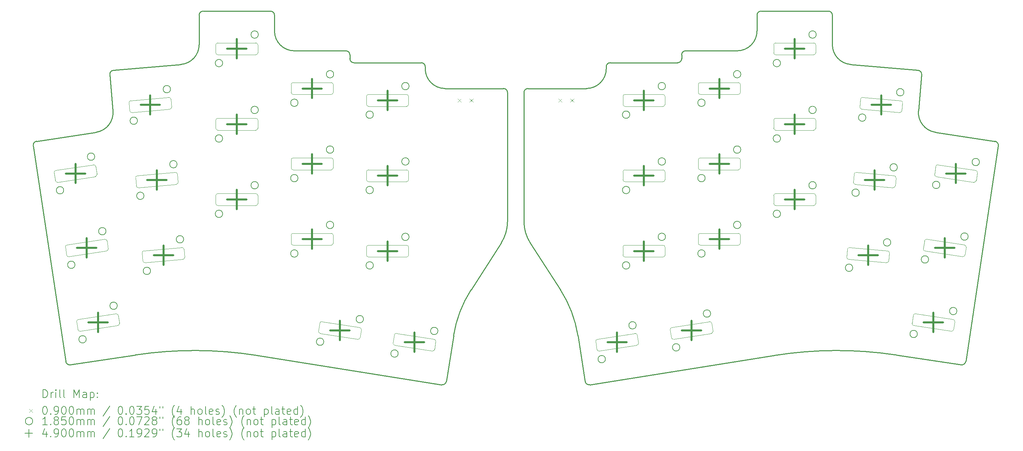
<source format=gbr>
%TF.GenerationSoftware,KiCad,Pcbnew,9.0.0*%
%TF.CreationDate,2025-11-03T18:10:29-06:00*%
%TF.ProjectId,Mau Keys,4d617520-4b65-4797-932e-6b696361645f,rev?*%
%TF.SameCoordinates,Original*%
%TF.FileFunction,Drillmap*%
%TF.FilePolarity,Positive*%
%FSLAX45Y45*%
G04 Gerber Fmt 4.5, Leading zero omitted, Abs format (unit mm)*
G04 Created by KiCad (PCBNEW 9.0.0) date 2025-11-03 18:10:29*
%MOMM*%
%LPD*%
G01*
G04 APERTURE LIST*
%ADD10C,0.250000*%
%ADD11C,0.050000*%
%ADD12C,0.200000*%
%ADD13C,0.100000*%
%ADD14C,0.185000*%
%ADD15C,0.490000*%
G04 APERTURE END LIST*
D10*
X9658000Y-5354000D02*
G75*
G02*
X9158000Y-4854000I0J500000D01*
G01*
X7358000Y-4354000D02*
X9058000Y-4354000D01*
X25817262Y-7407248D02*
X25817262Y-7407248D01*
X5656149Y-13021916D02*
G75*
G02*
X8709767Y-13033515I1489271J-9888474D01*
G01*
X17522000Y-5754000D02*
G75*
G02*
X17622000Y-5654000I100000J0D01*
G01*
X19422000Y-5554000D02*
G75*
G02*
X19322000Y-5654000I-100000J0D01*
G01*
X23122000Y-4354000D02*
G75*
G02*
X23222000Y-4454000I0J-100000D01*
G01*
X7258000Y-4454000D02*
G75*
G02*
X7358000Y-4354000I100000J0D01*
G01*
X21322000Y-4854000D02*
G75*
G02*
X20822000Y-5354000I-500000J0D01*
G01*
X13458000Y-6304000D02*
G75*
G02*
X12958000Y-5804000I0J500000D01*
G01*
X5097245Y-5846158D02*
X6801578Y-5697048D01*
X15032000Y-9658150D02*
G75*
G02*
X14873029Y-10199140I-1000000J0D01*
G01*
X11158000Y-5654000D02*
G75*
G02*
X11058000Y-5554000I0J100000D01*
G01*
X14932000Y-6304000D02*
G75*
G02*
X15032000Y-6404000I0J-100000D01*
G01*
X14112822Y-11380954D02*
X14112822Y-11380954D01*
X25393629Y-6869246D02*
X25473659Y-5954493D01*
X27319925Y-7633559D02*
G75*
G02*
X27403910Y-7747336I-14895J-98881D01*
G01*
X25382755Y-5846158D02*
X23678422Y-5697048D01*
X9158000Y-4454000D02*
X9158000Y-4854000D01*
X4008964Y-13269993D02*
X5656149Y-13021916D01*
X3160075Y-7633559D02*
X3160075Y-7633559D01*
X9058000Y-4354000D02*
G75*
G02*
X9158000Y-4454000I0J-100000D01*
G01*
X23122000Y-4354000D02*
X21422000Y-4354000D01*
X17522000Y-5804000D02*
G75*
G02*
X17022000Y-6304000I-500000J0D01*
G01*
X7258000Y-5198951D02*
G75*
G02*
X6801578Y-5697047I-500000J1D01*
G01*
X17022000Y-6304000D02*
X15548000Y-6304000D01*
X17522000Y-5754000D02*
X17522000Y-5804000D01*
X23222000Y-5198951D02*
X23222000Y-4454000D01*
X27403917Y-7747337D02*
X27403917Y-7747337D01*
X13489943Y-13689372D02*
G75*
G02*
X13375531Y-13772495I-98773J15653D01*
G01*
X4662738Y-7407248D02*
X4662738Y-7407248D01*
X21770233Y-13033514D02*
G75*
G02*
X24823851Y-13021916I1564347J-9876886D01*
G01*
X8709767Y-13033514D02*
X13375530Y-13772499D01*
X7258000Y-5198951D02*
X7258000Y-4454000D01*
X23678422Y-5697048D02*
G75*
G02*
X23222000Y-5198951I43578J498098D01*
G01*
X20822000Y-5354000D02*
X19522000Y-5354000D01*
X16367178Y-11380954D02*
G75*
G02*
X16807164Y-12534635I-2523088J-1622986D01*
G01*
X5006341Y-5954493D02*
G75*
G02*
X5097245Y-5846161I99619J8713D01*
G01*
X5086371Y-6869246D02*
X5006341Y-5954493D01*
X14873027Y-10199139D02*
X14112822Y-11380954D01*
X4008964Y-13269993D02*
G75*
G02*
X3895326Y-13186898I-14894J98883D01*
G01*
X15032000Y-6404000D02*
X15032000Y-9658150D01*
X15448000Y-6404000D02*
X15448000Y-9658150D01*
X10958000Y-5354000D02*
G75*
G02*
X11058000Y-5454000I0J-100000D01*
G01*
X3076083Y-7747337D02*
X3076083Y-7747337D01*
X13489943Y-13689372D02*
X13672835Y-12534635D01*
X19422000Y-5454000D02*
X19422000Y-5554000D01*
X26471036Y-13269993D02*
X24823851Y-13021916D01*
X17104470Y-13772499D02*
G75*
G02*
X16990050Y-13689374I-15650J98769D01*
G01*
X25817262Y-7407248D02*
G75*
G02*
X25393628Y-6869246I74468J494428D01*
G01*
X21322000Y-4454000D02*
G75*
G02*
X21422000Y-4354000I100000J0D01*
G01*
X26584682Y-13186900D02*
G75*
G02*
X26471037Y-13269985I-98753J15810D01*
G01*
X27403917Y-7747337D02*
X26584682Y-13186900D01*
X21322000Y-4454000D02*
X21322000Y-4854000D01*
X27319925Y-7633559D02*
X27319925Y-7633559D01*
X12858000Y-5654000D02*
G75*
G02*
X12958000Y-5754000I0J-100000D01*
G01*
X13672835Y-12534635D02*
G75*
G02*
X14112822Y-11380954I2963055J-469300D01*
G01*
X13458000Y-6304000D02*
X14932000Y-6304000D01*
X21770233Y-13033514D02*
X17104470Y-13772499D01*
X15448000Y-6404000D02*
G75*
G02*
X15548000Y-6304000I100000J0D01*
G01*
X11058000Y-5454000D02*
X11058000Y-5554000D01*
X16990057Y-13689372D02*
X16807165Y-12534635D01*
X27319925Y-7633559D02*
X25817262Y-7407248D01*
X3076083Y-7747337D02*
X3895317Y-13186900D01*
X19322000Y-5654000D02*
X17622000Y-5654000D01*
X12958000Y-5754000D02*
X12958000Y-5804000D01*
X19422000Y-5454000D02*
G75*
G02*
X19522000Y-5354000I100000J0D01*
G01*
X15606973Y-10199139D02*
G75*
G02*
X15447997Y-9658150I840997J540989D01*
G01*
X16367178Y-11380954D02*
X16367178Y-11380954D01*
X25382755Y-5846158D02*
G75*
G02*
X25473663Y-5954493I-8715J-99622D01*
G01*
X15606973Y-10199139D02*
X16367178Y-11380954D01*
X9658000Y-5354000D02*
X10958000Y-5354000D01*
X3076083Y-7747337D02*
G75*
G02*
X3160075Y-7633559I98885J14893D01*
G01*
X5086371Y-6869246D02*
G75*
G02*
X4662738Y-7407248I-498097J-43578D01*
G01*
X3160075Y-7633559D02*
X4662738Y-7407248D01*
X11158000Y-5654000D02*
X12858000Y-5654000D01*
D11*
X19842000Y-6404000D02*
X19842000Y-6204000D01*
X20852000Y-6154000D02*
X19892000Y-6154000D01*
X20852000Y-6454000D02*
X19892000Y-6454000D01*
X20902000Y-6204000D02*
X20902000Y-6404000D01*
X19842000Y-6204000D02*
G75*
G02*
X19892000Y-6154000I50000J0D01*
G01*
X19892000Y-6454000D02*
G75*
G02*
X19842000Y-6404000I0J50000D01*
G01*
X20852000Y-6154000D02*
G75*
G02*
X20902000Y-6204000I0J-50000D01*
G01*
X20902000Y-6404000D02*
G75*
G02*
X20852000Y-6454000I-50000J0D01*
G01*
X5507541Y-6864272D02*
X5490109Y-6665033D01*
X6491908Y-6527196D02*
X5535562Y-6610866D01*
X6518055Y-6826054D02*
X5561708Y-6909724D01*
X6546076Y-6572648D02*
X6563507Y-6771887D01*
X5490109Y-6665033D02*
G75*
G02*
X5535561Y-6610866I49810J4358D01*
G01*
X5561708Y-6909724D02*
G75*
G02*
X5507540Y-6864272I-4358J49810D01*
G01*
X6491908Y-6527196D02*
G75*
G02*
X6546076Y-6572648I4358J-49810D01*
G01*
X6563507Y-6771887D02*
G75*
G02*
X6518055Y-6826055I-49810J-4358D01*
G01*
X4201224Y-12381780D02*
X4171317Y-12184029D01*
X5162484Y-11983561D02*
X4213278Y-12127115D01*
X5207345Y-12280188D02*
X4258139Y-12423741D01*
X5219399Y-12025522D02*
X5249306Y-12223273D01*
X4171317Y-12184029D02*
G75*
G02*
X4213278Y-12127115I49438J7477D01*
G01*
X4258139Y-12423742D02*
G75*
G02*
X4201224Y-12381781I-7477J49438D01*
G01*
X5162484Y-11983561D02*
G75*
G02*
X5219399Y-12025522I7477J-49438D01*
G01*
X5249306Y-12223273D02*
G75*
G02*
X5207345Y-12280188I-49438J-7477D01*
G01*
X23750897Y-8664657D02*
X23768328Y-8465418D01*
X24778843Y-8503636D02*
X23822496Y-8419966D01*
X24752696Y-8802494D02*
X23796349Y-8718824D01*
X24824295Y-8557803D02*
X24806863Y-8757042D01*
X23768328Y-8465418D02*
G75*
G02*
X23822496Y-8419966I49810J-4358D01*
G01*
X23796349Y-8718825D02*
G75*
G02*
X23750897Y-8664657I4358J49810D01*
G01*
X24778843Y-8503636D02*
G75*
G02*
X24824295Y-8557803I-4358J-49810D01*
G01*
X24806863Y-8757042D02*
G75*
G02*
X24752696Y-8802494I-49810J4358D01*
G01*
X17942000Y-8604000D02*
X17942000Y-8404000D01*
X18952000Y-8354000D02*
X17992000Y-8354000D01*
X18952000Y-8654000D02*
X17992000Y-8654000D01*
X19002000Y-8404000D02*
X19002000Y-8604000D01*
X17942000Y-8404000D02*
G75*
G02*
X17992000Y-8354000I50000J0D01*
G01*
X17992000Y-8654000D02*
G75*
G02*
X17942000Y-8604000I0J50000D01*
G01*
X18952000Y-8354000D02*
G75*
G02*
X19002000Y-8404000I0J-50000D01*
G01*
X19002000Y-8604000D02*
G75*
G02*
X18952000Y-8654000I-50000J0D01*
G01*
X3917107Y-10503143D02*
X3887200Y-10305392D01*
X4878367Y-10104924D02*
X3929161Y-10248478D01*
X4923228Y-10401551D02*
X3974021Y-10545104D01*
X4935282Y-10146885D02*
X4965189Y-10344636D01*
X3887200Y-10305392D02*
G75*
G02*
X3929161Y-10248478I49438J7477D01*
G01*
X3974021Y-10545105D02*
G75*
G02*
X3917107Y-10503144I-7477J49438D01*
G01*
X4878367Y-10104924D02*
G75*
G02*
X4935282Y-10146885I7477J-49438D01*
G01*
X4965189Y-10344636D02*
G75*
G02*
X4923228Y-10401551I-49438J-7477D01*
G01*
X5838732Y-10649812D02*
X5821301Y-10450573D01*
X6823100Y-10312736D02*
X5866753Y-10396405D01*
X6849247Y-10611594D02*
X5892900Y-10695264D01*
X6877268Y-10358188D02*
X6894699Y-10557427D01*
X5821301Y-10450573D02*
G75*
G02*
X5866753Y-10396405I49810J4358D01*
G01*
X5892900Y-10695264D02*
G75*
G02*
X5838732Y-10649812I-4358J49810D01*
G01*
X6823100Y-10312736D02*
G75*
G02*
X6877268Y-10358188I4358J-49810D01*
G01*
X6894699Y-10557427D02*
G75*
G02*
X6849247Y-10611594I-49810J-4358D01*
G01*
X7678000Y-9204000D02*
X7678000Y-9004000D01*
X8688000Y-8954000D02*
X7728000Y-8954000D01*
X8688000Y-9254000D02*
X7728000Y-9254000D01*
X8738000Y-9004000D02*
X8738000Y-9204000D01*
X7678000Y-9004000D02*
G75*
G02*
X7728000Y-8954000I50000J0D01*
G01*
X7728000Y-9254000D02*
G75*
G02*
X7678000Y-9204000I0J50000D01*
G01*
X8688000Y-8954000D02*
G75*
G02*
X8738000Y-9004000I0J-50000D01*
G01*
X8738000Y-9204000D02*
G75*
G02*
X8688000Y-9254000I-50000J0D01*
G01*
X19842000Y-8304000D02*
X19842000Y-8104000D01*
X20852000Y-8054000D02*
X19892000Y-8054000D01*
X20852000Y-8354000D02*
X19892000Y-8354000D01*
X20902000Y-8104000D02*
X20902000Y-8304000D01*
X19842000Y-8104000D02*
G75*
G02*
X19892000Y-8054000I50000J0D01*
G01*
X19892000Y-8354000D02*
G75*
G02*
X19842000Y-8304000I0J50000D01*
G01*
X20852000Y-8054000D02*
G75*
G02*
X20902000Y-8104000I0J-50000D01*
G01*
X20902000Y-8304000D02*
G75*
G02*
X20852000Y-8354000I-50000J0D01*
G01*
X7678000Y-7304000D02*
X7678000Y-7104000D01*
X8688000Y-7054000D02*
X7728000Y-7054000D01*
X8688000Y-7354000D02*
X7728000Y-7354000D01*
X8738000Y-7104000D02*
X8738000Y-7304000D01*
X7678000Y-7104000D02*
G75*
G02*
X7728000Y-7054000I50000J0D01*
G01*
X7728000Y-7354000D02*
G75*
G02*
X7678000Y-7304000I0J50000D01*
G01*
X8688000Y-7054000D02*
G75*
G02*
X8738000Y-7104000I0J-50000D01*
G01*
X8738000Y-7304000D02*
G75*
G02*
X8688000Y-7354000I-50000J0D01*
G01*
X25798929Y-8465999D02*
X25828836Y-8268247D01*
X26834956Y-8369840D02*
X25885750Y-8226286D01*
X26790096Y-8666467D02*
X25840890Y-8522913D01*
X26876917Y-8426755D02*
X26847010Y-8624506D01*
X25828836Y-8268247D02*
G75*
G02*
X25885750Y-8226286I49438J-7477D01*
G01*
X25840889Y-8522914D02*
G75*
G02*
X25798928Y-8465999I7477J49438D01*
G01*
X26834956Y-8369840D02*
G75*
G02*
X26876917Y-8426755I-7477J-49438D01*
G01*
X26847010Y-8624506D02*
G75*
G02*
X26790096Y-8666467I-49438J7477D01*
G01*
X11478000Y-10504000D02*
X11478000Y-10304000D01*
X12488000Y-10254000D02*
X11528000Y-10254000D01*
X12488000Y-10554000D02*
X11528000Y-10554000D01*
X12538000Y-10304000D02*
X12538000Y-10504000D01*
X11478000Y-10304000D02*
G75*
G02*
X11528000Y-10254000I50000J0D01*
G01*
X11528000Y-10554000D02*
G75*
G02*
X11478000Y-10504000I0J50000D01*
G01*
X12488000Y-10254000D02*
G75*
G02*
X12538000Y-10304000I0J-50000D01*
G01*
X12538000Y-10504000D02*
G75*
G02*
X12488000Y-10554000I-50000J0D01*
G01*
X11478000Y-6704000D02*
X11478000Y-6504000D01*
X12488000Y-6454000D02*
X11528000Y-6454000D01*
X12488000Y-6754000D02*
X11528000Y-6754000D01*
X12538000Y-6504000D02*
X12538000Y-6704000D01*
X11478000Y-6504000D02*
G75*
G02*
X11528000Y-6454000I50000J0D01*
G01*
X11528000Y-6754000D02*
G75*
G02*
X11478000Y-6704000I0J50000D01*
G01*
X12488000Y-6454000D02*
G75*
G02*
X12538000Y-6504000I0J-50000D01*
G01*
X12538000Y-6704000D02*
G75*
G02*
X12488000Y-6754000I-50000J0D01*
G01*
X21742000Y-7304000D02*
X21742000Y-7104000D01*
X22752000Y-7054000D02*
X21792000Y-7054000D01*
X22752000Y-7354000D02*
X21792000Y-7354000D01*
X22802000Y-7104000D02*
X22802000Y-7304000D01*
X21742000Y-7104000D02*
G75*
G02*
X21792000Y-7054000I50000J0D01*
G01*
X21792000Y-7354000D02*
G75*
G02*
X21742000Y-7304000I0J50000D01*
G01*
X22752000Y-7054000D02*
G75*
G02*
X22802000Y-7104000I0J-50000D01*
G01*
X22802000Y-7304000D02*
G75*
G02*
X22752000Y-7354000I-50000J0D01*
G01*
X9578000Y-10204000D02*
X9578000Y-10004000D01*
X10588000Y-9954000D02*
X9628000Y-9954000D01*
X10588000Y-10254000D02*
X9628000Y-10254000D01*
X10638000Y-10004000D02*
X10638000Y-10204000D01*
X9578000Y-10004000D02*
G75*
G02*
X9628000Y-9954000I50000J0D01*
G01*
X9628000Y-10254000D02*
G75*
G02*
X9578000Y-10204000I0J50000D01*
G01*
X10588000Y-9954000D02*
G75*
G02*
X10638000Y-10004000I0J-50000D01*
G01*
X10638000Y-10204000D02*
G75*
G02*
X10588000Y-10254000I-50000J0D01*
G01*
X11478000Y-8604000D02*
X11478000Y-8404000D01*
X12488000Y-8354000D02*
X11528000Y-8354000D01*
X12488000Y-8654000D02*
X11528000Y-8654000D01*
X12538000Y-8404000D02*
X12538000Y-8604000D01*
X11478000Y-8404000D02*
G75*
G02*
X11528000Y-8354000I50000J0D01*
G01*
X11528000Y-8654000D02*
G75*
G02*
X11478000Y-8604000I0J50000D01*
G01*
X12488000Y-8354000D02*
G75*
G02*
X12538000Y-8404000I0J-50000D01*
G01*
X12538000Y-8604000D02*
G75*
G02*
X12488000Y-8654000I-50000J0D01*
G01*
X3632990Y-8624506D02*
X3603083Y-8426755D01*
X4594250Y-8226286D02*
X3645044Y-8369840D01*
X4639110Y-8522913D02*
X3689904Y-8666467D01*
X4651164Y-8268247D02*
X4681071Y-8465999D01*
X3603083Y-8426755D02*
G75*
G02*
X3645044Y-8369840I49438J7477D01*
G01*
X3689904Y-8666467D02*
G75*
G02*
X3632990Y-8624506I-7477J49438D01*
G01*
X4594250Y-8226286D02*
G75*
G02*
X4651164Y-8268247I7477J-49438D01*
G01*
X4681071Y-8465999D02*
G75*
G02*
X4639110Y-8522913I-49438J-7477D01*
G01*
X5673136Y-8757042D02*
X5655705Y-8557803D01*
X6657504Y-8419966D02*
X5701157Y-8503636D01*
X6683651Y-8718824D02*
X5727304Y-8802494D01*
X6711672Y-8465418D02*
X6729103Y-8664657D01*
X5655705Y-8557803D02*
G75*
G02*
X5701157Y-8503636I49810J4358D01*
G01*
X5727304Y-8802494D02*
G75*
G02*
X5673136Y-8757042I-4358J49810D01*
G01*
X6657504Y-8419966D02*
G75*
G02*
X6711672Y-8465418I4358J-49810D01*
G01*
X6729103Y-8664657D02*
G75*
G02*
X6683651Y-8718825I-49810J-4358D01*
G01*
X12145489Y-12717084D02*
X12176776Y-12519546D01*
X13182163Y-12628161D02*
X12233983Y-12477984D01*
X13135233Y-12924467D02*
X12187052Y-12774290D01*
X13223726Y-12685367D02*
X13192439Y-12882905D01*
X12176776Y-12519546D02*
G75*
G02*
X12233983Y-12477984I49385J-7822D01*
G01*
X12187052Y-12774290D02*
G75*
G02*
X12145489Y-12717084I7822J49385D01*
G01*
X13182163Y-12628161D02*
G75*
G02*
X13223726Y-12685367I-7822J-49384D01*
G01*
X13192439Y-12882905D02*
G75*
G02*
X13135233Y-12924467I-49384J7822D01*
G01*
X25514811Y-10344636D02*
X25544718Y-10146885D01*
X26550839Y-10248478D02*
X25601633Y-10104924D01*
X26505979Y-10545104D02*
X25556772Y-10401550D01*
X26592800Y-10305392D02*
X26562893Y-10503143D01*
X25544718Y-10146885D02*
G75*
G02*
X25601633Y-10104924I49438J-7477D01*
G01*
X25556772Y-10401551D02*
G75*
G02*
X25514811Y-10344636I7477J49438D01*
G01*
X26550839Y-10248478D02*
G75*
G02*
X26592800Y-10305392I-7477J-49438D01*
G01*
X26562893Y-10503143D02*
G75*
G02*
X26505979Y-10545104I-49438J7477D01*
G01*
X19842000Y-10204000D02*
X19842000Y-10004000D01*
X20852000Y-9954000D02*
X19892000Y-9954000D01*
X20852000Y-10254000D02*
X19892000Y-10254000D01*
X20902000Y-10004000D02*
X20902000Y-10204000D01*
X19842000Y-10004000D02*
G75*
G02*
X19892000Y-9954000I50000J0D01*
G01*
X19892000Y-10254000D02*
G75*
G02*
X19842000Y-10204000I0J50000D01*
G01*
X20852000Y-9954000D02*
G75*
G02*
X20902000Y-10004000I0J-50000D01*
G01*
X20902000Y-10204000D02*
G75*
G02*
X20852000Y-10254000I-50000J0D01*
G01*
X10268882Y-12419859D02*
X10300169Y-12222321D01*
X11305556Y-12330935D02*
X10357375Y-12180758D01*
X11258625Y-12627242D02*
X10310444Y-12477065D01*
X11347118Y-12388141D02*
X11315831Y-12585679D01*
X10300169Y-12222321D02*
G75*
G02*
X10357375Y-12180758I49385J-7822D01*
G01*
X10310444Y-12477065D02*
G75*
G02*
X10268882Y-12419859I7822J49385D01*
G01*
X11305556Y-12330935D02*
G75*
G02*
X11347118Y-12388141I-7822J-49384D01*
G01*
X11315831Y-12585679D02*
G75*
G02*
X11258625Y-12627242I-49384J7822D01*
G01*
X21742000Y-5404000D02*
X21742000Y-5204000D01*
X22752000Y-5154000D02*
X21792000Y-5154000D01*
X22752000Y-5454000D02*
X21792000Y-5454000D01*
X22802000Y-5204000D02*
X22802000Y-5404000D01*
X21742000Y-5204000D02*
G75*
G02*
X21792000Y-5154000I50000J0D01*
G01*
X21792000Y-5454000D02*
G75*
G02*
X21742000Y-5404000I0J50000D01*
G01*
X22752000Y-5154000D02*
G75*
G02*
X22802000Y-5204000I0J-50000D01*
G01*
X22802000Y-5404000D02*
G75*
G02*
X22752000Y-5454000I-50000J0D01*
G01*
X19164169Y-12585679D02*
X19132882Y-12388141D01*
X20122625Y-12180758D02*
X19174445Y-12330935D01*
X20169556Y-12477065D02*
X19221375Y-12627242D01*
X20179831Y-12222321D02*
X20211118Y-12419859D01*
X19132882Y-12388141D02*
G75*
G02*
X19174444Y-12330935I49385J7822D01*
G01*
X19221375Y-12627242D02*
G75*
G02*
X19164169Y-12585679I-7822J49385D01*
G01*
X20122625Y-12180758D02*
G75*
G02*
X20179831Y-12222321I7822J-49384D01*
G01*
X20211118Y-12419859D02*
G75*
G02*
X20169556Y-12477065I-49385J-7822D01*
G01*
X7678000Y-5404000D02*
X7678000Y-5204000D01*
X8688000Y-5154000D02*
X7728000Y-5154000D01*
X8688000Y-5454000D02*
X7728000Y-5454000D01*
X8738000Y-5204000D02*
X8738000Y-5404000D01*
X7678000Y-5204000D02*
G75*
G02*
X7728000Y-5154000I50000J0D01*
G01*
X7728000Y-5454000D02*
G75*
G02*
X7678000Y-5404000I0J50000D01*
G01*
X8688000Y-5154000D02*
G75*
G02*
X8738000Y-5204000I0J-50000D01*
G01*
X8738000Y-5404000D02*
G75*
G02*
X8688000Y-5454000I-50000J0D01*
G01*
X23585301Y-10557427D02*
X23602732Y-10358188D01*
X24613247Y-10396406D02*
X23656900Y-10312736D01*
X24587100Y-10695264D02*
X23630753Y-10611594D01*
X24658699Y-10450573D02*
X24641268Y-10649812D01*
X23602732Y-10358188D02*
G75*
G02*
X23656900Y-10312736I49810J-4358D01*
G01*
X23630753Y-10611594D02*
G75*
G02*
X23585301Y-10557427I4358J49810D01*
G01*
X24613247Y-10396406D02*
G75*
G02*
X24658699Y-10450573I-4358J-49810D01*
G01*
X24641268Y-10649812D02*
G75*
G02*
X24587100Y-10695264I-49810J4358D01*
G01*
X17942000Y-10504000D02*
X17942000Y-10304000D01*
X18952000Y-10254000D02*
X17992000Y-10254000D01*
X18952000Y-10554000D02*
X17992000Y-10554000D01*
X19002000Y-10304000D02*
X19002000Y-10504000D01*
X17942000Y-10304000D02*
G75*
G02*
X17992000Y-10254000I50000J0D01*
G01*
X17992000Y-10554000D02*
G75*
G02*
X17942000Y-10504000I0J50000D01*
G01*
X18952000Y-10254000D02*
G75*
G02*
X19002000Y-10304000I0J-50000D01*
G01*
X19002000Y-10504000D02*
G75*
G02*
X18952000Y-10554000I-50000J0D01*
G01*
X9578000Y-8304000D02*
X9578000Y-8104000D01*
X10588000Y-8054000D02*
X9628000Y-8054000D01*
X10588000Y-8354000D02*
X9628000Y-8354000D01*
X10638000Y-8104000D02*
X10638000Y-8304000D01*
X9578000Y-8104000D02*
G75*
G02*
X9628000Y-8054000I50000J0D01*
G01*
X9628000Y-8354000D02*
G75*
G02*
X9578000Y-8304000I0J50000D01*
G01*
X10588000Y-8054000D02*
G75*
G02*
X10638000Y-8104000I0J-50000D01*
G01*
X10638000Y-8304000D02*
G75*
G02*
X10588000Y-8354000I-50000J0D01*
G01*
X17287561Y-12882905D02*
X17256274Y-12685367D01*
X18246017Y-12477984D02*
X17297837Y-12628161D01*
X18292948Y-12774290D02*
X17344767Y-12924467D01*
X18303224Y-12519546D02*
X18334511Y-12717084D01*
X17256274Y-12685367D02*
G75*
G02*
X17297837Y-12628161I49385J7822D01*
G01*
X17344767Y-12924467D02*
G75*
G02*
X17287561Y-12882905I-7822J49385D01*
G01*
X18246017Y-12477984D02*
G75*
G02*
X18303224Y-12519546I7822J-49384D01*
G01*
X18334511Y-12717084D02*
G75*
G02*
X18292948Y-12774290I-49385J-7822D01*
G01*
X17942000Y-6704000D02*
X17942000Y-6504000D01*
X18952000Y-6454000D02*
X17992000Y-6454000D01*
X18952000Y-6754000D02*
X17992000Y-6754000D01*
X19002000Y-6504000D02*
X19002000Y-6704000D01*
X17942000Y-6504000D02*
G75*
G02*
X17992000Y-6454000I50000J0D01*
G01*
X17992000Y-6754000D02*
G75*
G02*
X17942000Y-6704000I0J50000D01*
G01*
X18952000Y-6454000D02*
G75*
G02*
X19002000Y-6504000I0J-50000D01*
G01*
X19002000Y-6704000D02*
G75*
G02*
X18952000Y-6754000I-50000J0D01*
G01*
X25230694Y-12223273D02*
X25260601Y-12025522D01*
X26266722Y-12127115D02*
X25317516Y-11983561D01*
X26221861Y-12423741D02*
X25272655Y-12280187D01*
X26308683Y-12184029D02*
X26278776Y-12381780D01*
X25260601Y-12025522D02*
G75*
G02*
X25317516Y-11983561I49438J-7477D01*
G01*
X25272655Y-12280188D02*
G75*
G02*
X25230694Y-12223273I7477J49438D01*
G01*
X26266722Y-12127115D02*
G75*
G02*
X26308683Y-12184029I-7477J-49438D01*
G01*
X26278776Y-12381780D02*
G75*
G02*
X26221861Y-12423741I-49438J7477D01*
G01*
X21742000Y-9204000D02*
X21742000Y-9004000D01*
X22752000Y-8954000D02*
X21792000Y-8954000D01*
X22752000Y-9254000D02*
X21792000Y-9254000D01*
X22802000Y-9004000D02*
X22802000Y-9204000D01*
X21742000Y-9004000D02*
G75*
G02*
X21792000Y-8954000I50000J0D01*
G01*
X21792000Y-9254000D02*
G75*
G02*
X21742000Y-9204000I0J50000D01*
G01*
X22752000Y-8954000D02*
G75*
G02*
X22802000Y-9004000I0J-50000D01*
G01*
X22802000Y-9204000D02*
G75*
G02*
X22752000Y-9254000I-50000J0D01*
G01*
X23916493Y-6771887D02*
X23933924Y-6572648D01*
X24944439Y-6610866D02*
X23988092Y-6527196D01*
X24918292Y-6909724D02*
X23961945Y-6826054D01*
X24989891Y-6665033D02*
X24972459Y-6864272D01*
X23933924Y-6572648D02*
G75*
G02*
X23988092Y-6527196I49810J-4358D01*
G01*
X23961945Y-6826055D02*
G75*
G02*
X23916493Y-6771887I4358J49810D01*
G01*
X24944439Y-6610866D02*
G75*
G02*
X24989890Y-6665033I-4358J-49810D01*
G01*
X24972459Y-6864272D02*
G75*
G02*
X24918292Y-6909724I-49810J4358D01*
G01*
X9578000Y-6404000D02*
X9578000Y-6204000D01*
X10588000Y-6154000D02*
X9628000Y-6154000D01*
X10588000Y-6454000D02*
X9628000Y-6454000D01*
X10638000Y-6204000D02*
X10638000Y-6404000D01*
X9578000Y-6204000D02*
G75*
G02*
X9628000Y-6154000I50000J0D01*
G01*
X9628000Y-6454000D02*
G75*
G02*
X9578000Y-6404000I0J50000D01*
G01*
X10588000Y-6154000D02*
G75*
G02*
X10638000Y-6204000I0J-50000D01*
G01*
X10638000Y-6404000D02*
G75*
G02*
X10588000Y-6454000I-50000J0D01*
G01*
D12*
D13*
X13775000Y-6559000D02*
X13865000Y-6649000D01*
X13865000Y-6559000D02*
X13775000Y-6649000D01*
X14075000Y-6559000D02*
X14165000Y-6649000D01*
X14165000Y-6559000D02*
X14075000Y-6649000D01*
X16315500Y-6559500D02*
X16405500Y-6649500D01*
X16405500Y-6559500D02*
X16315500Y-6649500D01*
X16615500Y-6559500D02*
X16705500Y-6649500D01*
X16705500Y-6559500D02*
X16615500Y-6649500D01*
D14*
X3843469Y-8869620D02*
G75*
G02*
X3658469Y-8869620I-92500J0D01*
G01*
X3658469Y-8869620D02*
G75*
G02*
X3843469Y-8869620I92500J0D01*
G01*
X4127587Y-10748257D02*
G75*
G02*
X3942587Y-10748257I-92500J0D01*
G01*
X3942587Y-10748257D02*
G75*
G02*
X4127587Y-10748257I92500J0D01*
G01*
X4411704Y-12626894D02*
G75*
G02*
X4226704Y-12626894I-92500J0D01*
G01*
X4226704Y-12626894D02*
G75*
G02*
X4411704Y-12626894I92500J0D01*
G01*
X4625685Y-8023134D02*
G75*
G02*
X4440685Y-8023134I-92500J0D01*
G01*
X4440685Y-8023134D02*
G75*
G02*
X4625685Y-8023134I92500J0D01*
G01*
X4909802Y-9901771D02*
G75*
G02*
X4724802Y-9901771I-92500J0D01*
G01*
X4724802Y-9901771D02*
G75*
G02*
X4909802Y-9901771I92500J0D01*
G01*
X5193919Y-11780408D02*
G75*
G02*
X5008919Y-11780408I-92500J0D01*
G01*
X5008919Y-11780408D02*
G75*
G02*
X5193919Y-11780408I92500J0D01*
G01*
X5702397Y-7116310D02*
G75*
G02*
X5517397Y-7116310I-92500J0D01*
G01*
X5517397Y-7116310D02*
G75*
G02*
X5702397Y-7116310I92500J0D01*
G01*
X5867993Y-9009080D02*
G75*
G02*
X5682993Y-9009080I-92500J0D01*
G01*
X5682993Y-9009080D02*
G75*
G02*
X5867993Y-9009080I92500J0D01*
G01*
X6033588Y-10901850D02*
G75*
G02*
X5848588Y-10901850I-92500J0D01*
G01*
X5848588Y-10901850D02*
G75*
G02*
X6033588Y-10901850I92500J0D01*
G01*
X6536220Y-6320610D02*
G75*
G02*
X6351220Y-6320610I-92500J0D01*
G01*
X6351220Y-6320610D02*
G75*
G02*
X6536220Y-6320610I92500J0D01*
G01*
X6701816Y-8213380D02*
G75*
G02*
X6516816Y-8213380I-92500J0D01*
G01*
X6516816Y-8213380D02*
G75*
G02*
X6701816Y-8213380I92500J0D01*
G01*
X6867411Y-10106150D02*
G75*
G02*
X6682411Y-10106150I-92500J0D01*
G01*
X6682411Y-10106150D02*
G75*
G02*
X6867411Y-10106150I92500J0D01*
G01*
X7850500Y-5664000D02*
G75*
G02*
X7665500Y-5664000I-92500J0D01*
G01*
X7665500Y-5664000D02*
G75*
G02*
X7850500Y-5664000I92500J0D01*
G01*
X7850500Y-7564000D02*
G75*
G02*
X7665500Y-7564000I-92500J0D01*
G01*
X7665500Y-7564000D02*
G75*
G02*
X7850500Y-7564000I92500J0D01*
G01*
X7850500Y-9464000D02*
G75*
G02*
X7665500Y-9464000I-92500J0D01*
G01*
X7665500Y-9464000D02*
G75*
G02*
X7850500Y-9464000I92500J0D01*
G01*
X8750500Y-4944000D02*
G75*
G02*
X8565500Y-4944000I-92500J0D01*
G01*
X8565500Y-4944000D02*
G75*
G02*
X8750500Y-4944000I92500J0D01*
G01*
X8750500Y-6844000D02*
G75*
G02*
X8565500Y-6844000I-92500J0D01*
G01*
X8565500Y-6844000D02*
G75*
G02*
X8750500Y-6844000I92500J0D01*
G01*
X8750500Y-8744000D02*
G75*
G02*
X8565500Y-8744000I-92500J0D01*
G01*
X8565500Y-8744000D02*
G75*
G02*
X8750500Y-8744000I92500J0D01*
G01*
X9750500Y-6664000D02*
G75*
G02*
X9565500Y-6664000I-92500J0D01*
G01*
X9565500Y-6664000D02*
G75*
G02*
X9750500Y-6664000I92500J0D01*
G01*
X9750500Y-8564000D02*
G75*
G02*
X9565500Y-8564000I-92500J0D01*
G01*
X9565500Y-8564000D02*
G75*
G02*
X9750500Y-8564000I92500J0D01*
G01*
X9750500Y-10464000D02*
G75*
G02*
X9565500Y-10464000I-92500J0D01*
G01*
X9565500Y-10464000D02*
G75*
G02*
X9750500Y-10464000I92500J0D01*
G01*
X10399724Y-12689172D02*
G75*
G02*
X10214724Y-12689172I-92500J0D01*
G01*
X10214724Y-12689172D02*
G75*
G02*
X10399724Y-12689172I92500J0D01*
G01*
X10650500Y-5944000D02*
G75*
G02*
X10465500Y-5944000I-92500J0D01*
G01*
X10465500Y-5944000D02*
G75*
G02*
X10650500Y-5944000I92500J0D01*
G01*
X10650500Y-7844000D02*
G75*
G02*
X10465500Y-7844000I-92500J0D01*
G01*
X10465500Y-7844000D02*
G75*
G02*
X10650500Y-7844000I92500J0D01*
G01*
X10650500Y-9744000D02*
G75*
G02*
X10465500Y-9744000I-92500J0D01*
G01*
X10465500Y-9744000D02*
G75*
G02*
X10650500Y-9744000I92500J0D01*
G01*
X11401276Y-12118828D02*
G75*
G02*
X11216276Y-12118828I-92500J0D01*
G01*
X11216276Y-12118828D02*
G75*
G02*
X11401276Y-12118828I92500J0D01*
G01*
X11650500Y-6964000D02*
G75*
G02*
X11465500Y-6964000I-92500J0D01*
G01*
X11465500Y-6964000D02*
G75*
G02*
X11650500Y-6964000I92500J0D01*
G01*
X11650500Y-8864000D02*
G75*
G02*
X11465500Y-8864000I-92500J0D01*
G01*
X11465500Y-8864000D02*
G75*
G02*
X11650500Y-8864000I92500J0D01*
G01*
X11650500Y-10764000D02*
G75*
G02*
X11465500Y-10764000I-92500J0D01*
G01*
X11465500Y-10764000D02*
G75*
G02*
X11650500Y-10764000I92500J0D01*
G01*
X12276332Y-12986398D02*
G75*
G02*
X12091332Y-12986398I-92500J0D01*
G01*
X12091332Y-12986398D02*
G75*
G02*
X12276332Y-12986398I92500J0D01*
G01*
X12550500Y-6244000D02*
G75*
G02*
X12365500Y-6244000I-92500J0D01*
G01*
X12365500Y-6244000D02*
G75*
G02*
X12550500Y-6244000I92500J0D01*
G01*
X12550500Y-8144000D02*
G75*
G02*
X12365500Y-8144000I-92500J0D01*
G01*
X12365500Y-8144000D02*
G75*
G02*
X12550500Y-8144000I92500J0D01*
G01*
X12550500Y-10044000D02*
G75*
G02*
X12365500Y-10044000I-92500J0D01*
G01*
X12365500Y-10044000D02*
G75*
G02*
X12550500Y-10044000I92500J0D01*
G01*
X13277884Y-12416053D02*
G75*
G02*
X13092884Y-12416053I-92500J0D01*
G01*
X13092884Y-12416053D02*
G75*
G02*
X13277884Y-12416053I92500J0D01*
G01*
X17499749Y-13127189D02*
G75*
G02*
X17314749Y-13127189I-92500J0D01*
G01*
X17314749Y-13127189D02*
G75*
G02*
X17499749Y-13127189I92500J0D01*
G01*
X18114500Y-6964000D02*
G75*
G02*
X17929500Y-6964000I-92500J0D01*
G01*
X17929500Y-6964000D02*
G75*
G02*
X18114500Y-6964000I92500J0D01*
G01*
X18114500Y-8864000D02*
G75*
G02*
X17929500Y-8864000I-92500J0D01*
G01*
X17929500Y-8864000D02*
G75*
G02*
X18114500Y-8864000I92500J0D01*
G01*
X18114500Y-10764000D02*
G75*
G02*
X17929500Y-10764000I-92500J0D01*
G01*
X17929500Y-10764000D02*
G75*
G02*
X18114500Y-10764000I92500J0D01*
G01*
X18276036Y-12275262D02*
G75*
G02*
X18091036Y-12275262I-92500J0D01*
G01*
X18091036Y-12275262D02*
G75*
G02*
X18276036Y-12275262I92500J0D01*
G01*
X19014500Y-6244000D02*
G75*
G02*
X18829500Y-6244000I-92500J0D01*
G01*
X18829500Y-6244000D02*
G75*
G02*
X19014500Y-6244000I92500J0D01*
G01*
X19014500Y-8144000D02*
G75*
G02*
X18829500Y-8144000I-92500J0D01*
G01*
X18829500Y-8144000D02*
G75*
G02*
X19014500Y-8144000I92500J0D01*
G01*
X19014500Y-10044000D02*
G75*
G02*
X18829500Y-10044000I-92500J0D01*
G01*
X18829500Y-10044000D02*
G75*
G02*
X19014500Y-10044000I92500J0D01*
G01*
X19376357Y-12829963D02*
G75*
G02*
X19191357Y-12829963I-92500J0D01*
G01*
X19191357Y-12829963D02*
G75*
G02*
X19376357Y-12829963I92500J0D01*
G01*
X20014500Y-6664000D02*
G75*
G02*
X19829500Y-6664000I-92500J0D01*
G01*
X19829500Y-6664000D02*
G75*
G02*
X20014500Y-6664000I92500J0D01*
G01*
X20014500Y-8564000D02*
G75*
G02*
X19829500Y-8564000I-92500J0D01*
G01*
X19829500Y-8564000D02*
G75*
G02*
X20014500Y-8564000I92500J0D01*
G01*
X20014500Y-10464000D02*
G75*
G02*
X19829500Y-10464000I-92500J0D01*
G01*
X19829500Y-10464000D02*
G75*
G02*
X20014500Y-10464000I92500J0D01*
G01*
X20152643Y-11978037D02*
G75*
G02*
X19967643Y-11978037I-92500J0D01*
G01*
X19967643Y-11978037D02*
G75*
G02*
X20152643Y-11978037I92500J0D01*
G01*
X20914500Y-5944000D02*
G75*
G02*
X20729500Y-5944000I-92500J0D01*
G01*
X20729500Y-5944000D02*
G75*
G02*
X20914500Y-5944000I92500J0D01*
G01*
X20914500Y-7844000D02*
G75*
G02*
X20729500Y-7844000I-92500J0D01*
G01*
X20729500Y-7844000D02*
G75*
G02*
X20914500Y-7844000I92500J0D01*
G01*
X20914500Y-9744000D02*
G75*
G02*
X20729500Y-9744000I-92500J0D01*
G01*
X20729500Y-9744000D02*
G75*
G02*
X20914500Y-9744000I92500J0D01*
G01*
X21914500Y-5664000D02*
G75*
G02*
X21729500Y-5664000I-92500J0D01*
G01*
X21729500Y-5664000D02*
G75*
G02*
X21914500Y-5664000I92500J0D01*
G01*
X21914500Y-7564000D02*
G75*
G02*
X21729500Y-7564000I-92500J0D01*
G01*
X21729500Y-7564000D02*
G75*
G02*
X21914500Y-7564000I92500J0D01*
G01*
X21914500Y-9464000D02*
G75*
G02*
X21729500Y-9464000I-92500J0D01*
G01*
X21729500Y-9464000D02*
G75*
G02*
X21914500Y-9464000I92500J0D01*
G01*
X22814500Y-4944000D02*
G75*
G02*
X22629500Y-4944000I-92500J0D01*
G01*
X22629500Y-4944000D02*
G75*
G02*
X22814500Y-4944000I92500J0D01*
G01*
X22814500Y-6844000D02*
G75*
G02*
X22629500Y-6844000I-92500J0D01*
G01*
X22629500Y-6844000D02*
G75*
G02*
X22814500Y-6844000I92500J0D01*
G01*
X22814500Y-8744000D02*
G75*
G02*
X22629500Y-8744000I-92500J0D01*
G01*
X22629500Y-8744000D02*
G75*
G02*
X22814500Y-8744000I92500J0D01*
G01*
X23734836Y-10823410D02*
G75*
G02*
X23549836Y-10823410I-92500J0D01*
G01*
X23549836Y-10823410D02*
G75*
G02*
X23734836Y-10823410I92500J0D01*
G01*
X23900432Y-8930640D02*
G75*
G02*
X23715432Y-8930640I-92500J0D01*
G01*
X23715432Y-8930640D02*
G75*
G02*
X23900432Y-8930640I92500J0D01*
G01*
X24066028Y-7037870D02*
G75*
G02*
X23881028Y-7037870I-92500J0D01*
G01*
X23881028Y-7037870D02*
G75*
G02*
X24066028Y-7037870I92500J0D01*
G01*
X24694164Y-10184590D02*
G75*
G02*
X24509164Y-10184590I-92500J0D01*
G01*
X24509164Y-10184590D02*
G75*
G02*
X24694164Y-10184590I92500J0D01*
G01*
X24859760Y-8291820D02*
G75*
G02*
X24674760Y-8291820I-92500J0D01*
G01*
X24674760Y-8291820D02*
G75*
G02*
X24859760Y-8291820I92500J0D01*
G01*
X25025355Y-6399050D02*
G75*
G02*
X24840355Y-6399050I-92500J0D01*
G01*
X24840355Y-6399050D02*
G75*
G02*
X25025355Y-6399050I92500J0D01*
G01*
X25363415Y-12492312D02*
G75*
G02*
X25178415Y-12492312I-92500J0D01*
G01*
X25178415Y-12492312D02*
G75*
G02*
X25363415Y-12492312I92500J0D01*
G01*
X25647533Y-10613675D02*
G75*
G02*
X25462533Y-10613675I-92500J0D01*
G01*
X25462533Y-10613675D02*
G75*
G02*
X25647533Y-10613675I92500J0D01*
G01*
X25931650Y-8735038D02*
G75*
G02*
X25746650Y-8735038I-92500J0D01*
G01*
X25746650Y-8735038D02*
G75*
G02*
X25931650Y-8735038I92500J0D01*
G01*
X26360962Y-11914990D02*
G75*
G02*
X26175962Y-11914990I-92500J0D01*
G01*
X26175962Y-11914990D02*
G75*
G02*
X26360962Y-11914990I92500J0D01*
G01*
X26645079Y-10036353D02*
G75*
G02*
X26460079Y-10036353I-92500J0D01*
G01*
X26460079Y-10036353D02*
G75*
G02*
X26645079Y-10036353I92500J0D01*
G01*
X26929196Y-8157715D02*
G75*
G02*
X26744196Y-8157715I-92500J0D01*
G01*
X26744196Y-8157715D02*
G75*
G02*
X26929196Y-8157715I92500J0D01*
G01*
D15*
X4142077Y-8201377D02*
X4142077Y-8691377D01*
X3897077Y-8446377D02*
X4387077Y-8446377D01*
X4426194Y-10080014D02*
X4426194Y-10570014D01*
X4181194Y-10325014D02*
X4671194Y-10325014D01*
X4710311Y-11958651D02*
X4710311Y-12448651D01*
X4465311Y-12203651D02*
X4955311Y-12203651D01*
X6026808Y-6473460D02*
X6026808Y-6963460D01*
X5781808Y-6718460D02*
X6271808Y-6718460D01*
X6192404Y-8366230D02*
X6192404Y-8856230D01*
X5947404Y-8611230D02*
X6437404Y-8611230D01*
X6358000Y-10259000D02*
X6358000Y-10749000D01*
X6113000Y-10504000D02*
X6603000Y-10504000D01*
X8208000Y-5059000D02*
X8208000Y-5549000D01*
X7963000Y-5304000D02*
X8453000Y-5304000D01*
X8208000Y-6959000D02*
X8208000Y-7449000D01*
X7963000Y-7204000D02*
X8453000Y-7204000D01*
X8208000Y-8859000D02*
X8208000Y-9349000D01*
X7963000Y-9104000D02*
X8453000Y-9104000D01*
X10108000Y-6059000D02*
X10108000Y-6549000D01*
X9863000Y-6304000D02*
X10353000Y-6304000D01*
X10108000Y-7959000D02*
X10108000Y-8449000D01*
X9863000Y-8204000D02*
X10353000Y-8204000D01*
X10108000Y-9859000D02*
X10108000Y-10349000D01*
X9863000Y-10104000D02*
X10353000Y-10104000D01*
X10808000Y-12159000D02*
X10808000Y-12649000D01*
X10563000Y-12404000D02*
X11053000Y-12404000D01*
X12008000Y-6359000D02*
X12008000Y-6849000D01*
X11763000Y-6604000D02*
X12253000Y-6604000D01*
X12008000Y-8259000D02*
X12008000Y-8749000D01*
X11763000Y-8504000D02*
X12253000Y-8504000D01*
X12008000Y-10159000D02*
X12008000Y-10649000D01*
X11763000Y-10404000D02*
X12253000Y-10404000D01*
X12684608Y-12456225D02*
X12684608Y-12946225D01*
X12439608Y-12701225D02*
X12929608Y-12701225D01*
X17795392Y-12456225D02*
X17795392Y-12946225D01*
X17550392Y-12701225D02*
X18040392Y-12701225D01*
X18472000Y-6359000D02*
X18472000Y-6849000D01*
X18227000Y-6604000D02*
X18717000Y-6604000D01*
X18472000Y-8259000D02*
X18472000Y-8749000D01*
X18227000Y-8504000D02*
X18717000Y-8504000D01*
X18472000Y-10159000D02*
X18472000Y-10649000D01*
X18227000Y-10404000D02*
X18717000Y-10404000D01*
X19672000Y-12159000D02*
X19672000Y-12649000D01*
X19427000Y-12404000D02*
X19917000Y-12404000D01*
X20372000Y-6059000D02*
X20372000Y-6549000D01*
X20127000Y-6304000D02*
X20617000Y-6304000D01*
X20372000Y-7959000D02*
X20372000Y-8449000D01*
X20127000Y-8204000D02*
X20617000Y-8204000D01*
X20372000Y-9859000D02*
X20372000Y-10349000D01*
X20127000Y-10104000D02*
X20617000Y-10104000D01*
X22272000Y-5059000D02*
X22272000Y-5549000D01*
X22027000Y-5304000D02*
X22517000Y-5304000D01*
X22272000Y-6959000D02*
X22272000Y-7449000D01*
X22027000Y-7204000D02*
X22517000Y-7204000D01*
X22272000Y-8859000D02*
X22272000Y-9349000D01*
X22027000Y-9104000D02*
X22517000Y-9104000D01*
X24122000Y-10259000D02*
X24122000Y-10749000D01*
X23877000Y-10504000D02*
X24367000Y-10504000D01*
X24287596Y-8366230D02*
X24287596Y-8856230D01*
X24042596Y-8611230D02*
X24532596Y-8611230D01*
X24453192Y-6473460D02*
X24453192Y-6963460D01*
X24208192Y-6718460D02*
X24698192Y-6718460D01*
X25769689Y-11958651D02*
X25769689Y-12448651D01*
X25524689Y-12203651D02*
X26014689Y-12203651D01*
X26053806Y-10080014D02*
X26053806Y-10570014D01*
X25808806Y-10325014D02*
X26298806Y-10325014D01*
X26337923Y-8201377D02*
X26337923Y-8691377D01*
X26092923Y-8446377D02*
X26582923Y-8446377D01*
D12*
X3323245Y-14097715D02*
X3323245Y-13897715D01*
X3323245Y-13897715D02*
X3370864Y-13897715D01*
X3370864Y-13897715D02*
X3399435Y-13907238D01*
X3399435Y-13907238D02*
X3418483Y-13926286D01*
X3418483Y-13926286D02*
X3428007Y-13945334D01*
X3428007Y-13945334D02*
X3437531Y-13983429D01*
X3437531Y-13983429D02*
X3437531Y-14012000D01*
X3437531Y-14012000D02*
X3428007Y-14050096D01*
X3428007Y-14050096D02*
X3418483Y-14069143D01*
X3418483Y-14069143D02*
X3399435Y-14088191D01*
X3399435Y-14088191D02*
X3370864Y-14097715D01*
X3370864Y-14097715D02*
X3323245Y-14097715D01*
X3523245Y-14097715D02*
X3523245Y-13964381D01*
X3523245Y-14002477D02*
X3532769Y-13983429D01*
X3532769Y-13983429D02*
X3542292Y-13973905D01*
X3542292Y-13973905D02*
X3561340Y-13964381D01*
X3561340Y-13964381D02*
X3580388Y-13964381D01*
X3647054Y-14097715D02*
X3647054Y-13964381D01*
X3647054Y-13897715D02*
X3637531Y-13907238D01*
X3637531Y-13907238D02*
X3647054Y-13916762D01*
X3647054Y-13916762D02*
X3656578Y-13907238D01*
X3656578Y-13907238D02*
X3647054Y-13897715D01*
X3647054Y-13897715D02*
X3647054Y-13916762D01*
X3770864Y-14097715D02*
X3751816Y-14088191D01*
X3751816Y-14088191D02*
X3742292Y-14069143D01*
X3742292Y-14069143D02*
X3742292Y-13897715D01*
X3875626Y-14097715D02*
X3856578Y-14088191D01*
X3856578Y-14088191D02*
X3847054Y-14069143D01*
X3847054Y-14069143D02*
X3847054Y-13897715D01*
X4104197Y-14097715D02*
X4104197Y-13897715D01*
X4104197Y-13897715D02*
X4170864Y-14040572D01*
X4170864Y-14040572D02*
X4237531Y-13897715D01*
X4237531Y-13897715D02*
X4237531Y-14097715D01*
X4418483Y-14097715D02*
X4418483Y-13992953D01*
X4418483Y-13992953D02*
X4408959Y-13973905D01*
X4408959Y-13973905D02*
X4389912Y-13964381D01*
X4389912Y-13964381D02*
X4351816Y-13964381D01*
X4351816Y-13964381D02*
X4332769Y-13973905D01*
X4418483Y-14088191D02*
X4399435Y-14097715D01*
X4399435Y-14097715D02*
X4351816Y-14097715D01*
X4351816Y-14097715D02*
X4332769Y-14088191D01*
X4332769Y-14088191D02*
X4323245Y-14069143D01*
X4323245Y-14069143D02*
X4323245Y-14050096D01*
X4323245Y-14050096D02*
X4332769Y-14031048D01*
X4332769Y-14031048D02*
X4351816Y-14021524D01*
X4351816Y-14021524D02*
X4399435Y-14021524D01*
X4399435Y-14021524D02*
X4418483Y-14012000D01*
X4513721Y-13964381D02*
X4513721Y-14164381D01*
X4513721Y-13973905D02*
X4532769Y-13964381D01*
X4532769Y-13964381D02*
X4570864Y-13964381D01*
X4570864Y-13964381D02*
X4589912Y-13973905D01*
X4589912Y-13973905D02*
X4599435Y-13983429D01*
X4599435Y-13983429D02*
X4608959Y-14002477D01*
X4608959Y-14002477D02*
X4608959Y-14059619D01*
X4608959Y-14059619D02*
X4599435Y-14078667D01*
X4599435Y-14078667D02*
X4589912Y-14088191D01*
X4589912Y-14088191D02*
X4570864Y-14097715D01*
X4570864Y-14097715D02*
X4532769Y-14097715D01*
X4532769Y-14097715D02*
X4513721Y-14088191D01*
X4694674Y-14078667D02*
X4704197Y-14088191D01*
X4704197Y-14088191D02*
X4694674Y-14097715D01*
X4694674Y-14097715D02*
X4685150Y-14088191D01*
X4685150Y-14088191D02*
X4694674Y-14078667D01*
X4694674Y-14078667D02*
X4694674Y-14097715D01*
X4694674Y-13973905D02*
X4704197Y-13983429D01*
X4704197Y-13983429D02*
X4694674Y-13992953D01*
X4694674Y-13992953D02*
X4685150Y-13983429D01*
X4685150Y-13983429D02*
X4694674Y-13973905D01*
X4694674Y-13973905D02*
X4694674Y-13992953D01*
D13*
X2972468Y-14381231D02*
X3062468Y-14471231D01*
X3062468Y-14381231D02*
X2972468Y-14471231D01*
D12*
X3361340Y-14317715D02*
X3380388Y-14317715D01*
X3380388Y-14317715D02*
X3399435Y-14327238D01*
X3399435Y-14327238D02*
X3408959Y-14336762D01*
X3408959Y-14336762D02*
X3418483Y-14355810D01*
X3418483Y-14355810D02*
X3428007Y-14393905D01*
X3428007Y-14393905D02*
X3428007Y-14441524D01*
X3428007Y-14441524D02*
X3418483Y-14479619D01*
X3418483Y-14479619D02*
X3408959Y-14498667D01*
X3408959Y-14498667D02*
X3399435Y-14508191D01*
X3399435Y-14508191D02*
X3380388Y-14517715D01*
X3380388Y-14517715D02*
X3361340Y-14517715D01*
X3361340Y-14517715D02*
X3342292Y-14508191D01*
X3342292Y-14508191D02*
X3332769Y-14498667D01*
X3332769Y-14498667D02*
X3323245Y-14479619D01*
X3323245Y-14479619D02*
X3313721Y-14441524D01*
X3313721Y-14441524D02*
X3313721Y-14393905D01*
X3313721Y-14393905D02*
X3323245Y-14355810D01*
X3323245Y-14355810D02*
X3332769Y-14336762D01*
X3332769Y-14336762D02*
X3342292Y-14327238D01*
X3342292Y-14327238D02*
X3361340Y-14317715D01*
X3513721Y-14498667D02*
X3523245Y-14508191D01*
X3523245Y-14508191D02*
X3513721Y-14517715D01*
X3513721Y-14517715D02*
X3504197Y-14508191D01*
X3504197Y-14508191D02*
X3513721Y-14498667D01*
X3513721Y-14498667D02*
X3513721Y-14517715D01*
X3618483Y-14517715D02*
X3656578Y-14517715D01*
X3656578Y-14517715D02*
X3675626Y-14508191D01*
X3675626Y-14508191D02*
X3685150Y-14498667D01*
X3685150Y-14498667D02*
X3704197Y-14470096D01*
X3704197Y-14470096D02*
X3713721Y-14432000D01*
X3713721Y-14432000D02*
X3713721Y-14355810D01*
X3713721Y-14355810D02*
X3704197Y-14336762D01*
X3704197Y-14336762D02*
X3694673Y-14327238D01*
X3694673Y-14327238D02*
X3675626Y-14317715D01*
X3675626Y-14317715D02*
X3637531Y-14317715D01*
X3637531Y-14317715D02*
X3618483Y-14327238D01*
X3618483Y-14327238D02*
X3608959Y-14336762D01*
X3608959Y-14336762D02*
X3599435Y-14355810D01*
X3599435Y-14355810D02*
X3599435Y-14403429D01*
X3599435Y-14403429D02*
X3608959Y-14422477D01*
X3608959Y-14422477D02*
X3618483Y-14432000D01*
X3618483Y-14432000D02*
X3637531Y-14441524D01*
X3637531Y-14441524D02*
X3675626Y-14441524D01*
X3675626Y-14441524D02*
X3694673Y-14432000D01*
X3694673Y-14432000D02*
X3704197Y-14422477D01*
X3704197Y-14422477D02*
X3713721Y-14403429D01*
X3837531Y-14317715D02*
X3856578Y-14317715D01*
X3856578Y-14317715D02*
X3875626Y-14327238D01*
X3875626Y-14327238D02*
X3885150Y-14336762D01*
X3885150Y-14336762D02*
X3894673Y-14355810D01*
X3894673Y-14355810D02*
X3904197Y-14393905D01*
X3904197Y-14393905D02*
X3904197Y-14441524D01*
X3904197Y-14441524D02*
X3894673Y-14479619D01*
X3894673Y-14479619D02*
X3885150Y-14498667D01*
X3885150Y-14498667D02*
X3875626Y-14508191D01*
X3875626Y-14508191D02*
X3856578Y-14517715D01*
X3856578Y-14517715D02*
X3837531Y-14517715D01*
X3837531Y-14517715D02*
X3818483Y-14508191D01*
X3818483Y-14508191D02*
X3808959Y-14498667D01*
X3808959Y-14498667D02*
X3799435Y-14479619D01*
X3799435Y-14479619D02*
X3789912Y-14441524D01*
X3789912Y-14441524D02*
X3789912Y-14393905D01*
X3789912Y-14393905D02*
X3799435Y-14355810D01*
X3799435Y-14355810D02*
X3808959Y-14336762D01*
X3808959Y-14336762D02*
X3818483Y-14327238D01*
X3818483Y-14327238D02*
X3837531Y-14317715D01*
X4028007Y-14317715D02*
X4047054Y-14317715D01*
X4047054Y-14317715D02*
X4066102Y-14327238D01*
X4066102Y-14327238D02*
X4075626Y-14336762D01*
X4075626Y-14336762D02*
X4085150Y-14355810D01*
X4085150Y-14355810D02*
X4094673Y-14393905D01*
X4094673Y-14393905D02*
X4094673Y-14441524D01*
X4094673Y-14441524D02*
X4085150Y-14479619D01*
X4085150Y-14479619D02*
X4075626Y-14498667D01*
X4075626Y-14498667D02*
X4066102Y-14508191D01*
X4066102Y-14508191D02*
X4047054Y-14517715D01*
X4047054Y-14517715D02*
X4028007Y-14517715D01*
X4028007Y-14517715D02*
X4008959Y-14508191D01*
X4008959Y-14508191D02*
X3999435Y-14498667D01*
X3999435Y-14498667D02*
X3989912Y-14479619D01*
X3989912Y-14479619D02*
X3980388Y-14441524D01*
X3980388Y-14441524D02*
X3980388Y-14393905D01*
X3980388Y-14393905D02*
X3989912Y-14355810D01*
X3989912Y-14355810D02*
X3999435Y-14336762D01*
X3999435Y-14336762D02*
X4008959Y-14327238D01*
X4008959Y-14327238D02*
X4028007Y-14317715D01*
X4180388Y-14517715D02*
X4180388Y-14384381D01*
X4180388Y-14403429D02*
X4189912Y-14393905D01*
X4189912Y-14393905D02*
X4208959Y-14384381D01*
X4208959Y-14384381D02*
X4237531Y-14384381D01*
X4237531Y-14384381D02*
X4256578Y-14393905D01*
X4256578Y-14393905D02*
X4266102Y-14412953D01*
X4266102Y-14412953D02*
X4266102Y-14517715D01*
X4266102Y-14412953D02*
X4275626Y-14393905D01*
X4275626Y-14393905D02*
X4294674Y-14384381D01*
X4294674Y-14384381D02*
X4323245Y-14384381D01*
X4323245Y-14384381D02*
X4342293Y-14393905D01*
X4342293Y-14393905D02*
X4351816Y-14412953D01*
X4351816Y-14412953D02*
X4351816Y-14517715D01*
X4447055Y-14517715D02*
X4447055Y-14384381D01*
X4447055Y-14403429D02*
X4456578Y-14393905D01*
X4456578Y-14393905D02*
X4475626Y-14384381D01*
X4475626Y-14384381D02*
X4504197Y-14384381D01*
X4504197Y-14384381D02*
X4523245Y-14393905D01*
X4523245Y-14393905D02*
X4532769Y-14412953D01*
X4532769Y-14412953D02*
X4532769Y-14517715D01*
X4532769Y-14412953D02*
X4542293Y-14393905D01*
X4542293Y-14393905D02*
X4561340Y-14384381D01*
X4561340Y-14384381D02*
X4589912Y-14384381D01*
X4589912Y-14384381D02*
X4608959Y-14393905D01*
X4608959Y-14393905D02*
X4618483Y-14412953D01*
X4618483Y-14412953D02*
X4618483Y-14517715D01*
X5008959Y-14308191D02*
X4837531Y-14565334D01*
X5266102Y-14317715D02*
X5285150Y-14317715D01*
X5285150Y-14317715D02*
X5304198Y-14327238D01*
X5304198Y-14327238D02*
X5313721Y-14336762D01*
X5313721Y-14336762D02*
X5323245Y-14355810D01*
X5323245Y-14355810D02*
X5332769Y-14393905D01*
X5332769Y-14393905D02*
X5332769Y-14441524D01*
X5332769Y-14441524D02*
X5323245Y-14479619D01*
X5323245Y-14479619D02*
X5313721Y-14498667D01*
X5313721Y-14498667D02*
X5304198Y-14508191D01*
X5304198Y-14508191D02*
X5285150Y-14517715D01*
X5285150Y-14517715D02*
X5266102Y-14517715D01*
X5266102Y-14517715D02*
X5247055Y-14508191D01*
X5247055Y-14508191D02*
X5237531Y-14498667D01*
X5237531Y-14498667D02*
X5228007Y-14479619D01*
X5228007Y-14479619D02*
X5218483Y-14441524D01*
X5218483Y-14441524D02*
X5218483Y-14393905D01*
X5218483Y-14393905D02*
X5228007Y-14355810D01*
X5228007Y-14355810D02*
X5237531Y-14336762D01*
X5237531Y-14336762D02*
X5247055Y-14327238D01*
X5247055Y-14327238D02*
X5266102Y-14317715D01*
X5418483Y-14498667D02*
X5428007Y-14508191D01*
X5428007Y-14508191D02*
X5418483Y-14517715D01*
X5418483Y-14517715D02*
X5408959Y-14508191D01*
X5408959Y-14508191D02*
X5418483Y-14498667D01*
X5418483Y-14498667D02*
X5418483Y-14517715D01*
X5551817Y-14317715D02*
X5570864Y-14317715D01*
X5570864Y-14317715D02*
X5589912Y-14327238D01*
X5589912Y-14327238D02*
X5599436Y-14336762D01*
X5599436Y-14336762D02*
X5608959Y-14355810D01*
X5608959Y-14355810D02*
X5618483Y-14393905D01*
X5618483Y-14393905D02*
X5618483Y-14441524D01*
X5618483Y-14441524D02*
X5608959Y-14479619D01*
X5608959Y-14479619D02*
X5599436Y-14498667D01*
X5599436Y-14498667D02*
X5589912Y-14508191D01*
X5589912Y-14508191D02*
X5570864Y-14517715D01*
X5570864Y-14517715D02*
X5551817Y-14517715D01*
X5551817Y-14517715D02*
X5532769Y-14508191D01*
X5532769Y-14508191D02*
X5523245Y-14498667D01*
X5523245Y-14498667D02*
X5513721Y-14479619D01*
X5513721Y-14479619D02*
X5504198Y-14441524D01*
X5504198Y-14441524D02*
X5504198Y-14393905D01*
X5504198Y-14393905D02*
X5513721Y-14355810D01*
X5513721Y-14355810D02*
X5523245Y-14336762D01*
X5523245Y-14336762D02*
X5532769Y-14327238D01*
X5532769Y-14327238D02*
X5551817Y-14317715D01*
X5685150Y-14317715D02*
X5808959Y-14317715D01*
X5808959Y-14317715D02*
X5742293Y-14393905D01*
X5742293Y-14393905D02*
X5770864Y-14393905D01*
X5770864Y-14393905D02*
X5789912Y-14403429D01*
X5789912Y-14403429D02*
X5799436Y-14412953D01*
X5799436Y-14412953D02*
X5808959Y-14432000D01*
X5808959Y-14432000D02*
X5808959Y-14479619D01*
X5808959Y-14479619D02*
X5799436Y-14498667D01*
X5799436Y-14498667D02*
X5789912Y-14508191D01*
X5789912Y-14508191D02*
X5770864Y-14517715D01*
X5770864Y-14517715D02*
X5713721Y-14517715D01*
X5713721Y-14517715D02*
X5694674Y-14508191D01*
X5694674Y-14508191D02*
X5685150Y-14498667D01*
X5989912Y-14317715D02*
X5894674Y-14317715D01*
X5894674Y-14317715D02*
X5885150Y-14412953D01*
X5885150Y-14412953D02*
X5894674Y-14403429D01*
X5894674Y-14403429D02*
X5913721Y-14393905D01*
X5913721Y-14393905D02*
X5961340Y-14393905D01*
X5961340Y-14393905D02*
X5980388Y-14403429D01*
X5980388Y-14403429D02*
X5989912Y-14412953D01*
X5989912Y-14412953D02*
X5999436Y-14432000D01*
X5999436Y-14432000D02*
X5999436Y-14479619D01*
X5999436Y-14479619D02*
X5989912Y-14498667D01*
X5989912Y-14498667D02*
X5980388Y-14508191D01*
X5980388Y-14508191D02*
X5961340Y-14517715D01*
X5961340Y-14517715D02*
X5913721Y-14517715D01*
X5913721Y-14517715D02*
X5894674Y-14508191D01*
X5894674Y-14508191D02*
X5885150Y-14498667D01*
X6170864Y-14384381D02*
X6170864Y-14517715D01*
X6123245Y-14308191D02*
X6075626Y-14451048D01*
X6075626Y-14451048D02*
X6199436Y-14451048D01*
X6266102Y-14317715D02*
X6266102Y-14355810D01*
X6342293Y-14317715D02*
X6342293Y-14355810D01*
X6637531Y-14593905D02*
X6628007Y-14584381D01*
X6628007Y-14584381D02*
X6608959Y-14555810D01*
X6608959Y-14555810D02*
X6599436Y-14536762D01*
X6599436Y-14536762D02*
X6589912Y-14508191D01*
X6589912Y-14508191D02*
X6580388Y-14460572D01*
X6580388Y-14460572D02*
X6580388Y-14422477D01*
X6580388Y-14422477D02*
X6589912Y-14374857D01*
X6589912Y-14374857D02*
X6599436Y-14346286D01*
X6599436Y-14346286D02*
X6608959Y-14327238D01*
X6608959Y-14327238D02*
X6628007Y-14298667D01*
X6628007Y-14298667D02*
X6637531Y-14289143D01*
X6799436Y-14384381D02*
X6799436Y-14517715D01*
X6751817Y-14308191D02*
X6704198Y-14451048D01*
X6704198Y-14451048D02*
X6828007Y-14451048D01*
X7056579Y-14517715D02*
X7056579Y-14317715D01*
X7142293Y-14517715D02*
X7142293Y-14412953D01*
X7142293Y-14412953D02*
X7132769Y-14393905D01*
X7132769Y-14393905D02*
X7113721Y-14384381D01*
X7113721Y-14384381D02*
X7085150Y-14384381D01*
X7085150Y-14384381D02*
X7066102Y-14393905D01*
X7066102Y-14393905D02*
X7056579Y-14403429D01*
X7266102Y-14517715D02*
X7247055Y-14508191D01*
X7247055Y-14508191D02*
X7237531Y-14498667D01*
X7237531Y-14498667D02*
X7228007Y-14479619D01*
X7228007Y-14479619D02*
X7228007Y-14422477D01*
X7228007Y-14422477D02*
X7237531Y-14403429D01*
X7237531Y-14403429D02*
X7247055Y-14393905D01*
X7247055Y-14393905D02*
X7266102Y-14384381D01*
X7266102Y-14384381D02*
X7294674Y-14384381D01*
X7294674Y-14384381D02*
X7313721Y-14393905D01*
X7313721Y-14393905D02*
X7323245Y-14403429D01*
X7323245Y-14403429D02*
X7332769Y-14422477D01*
X7332769Y-14422477D02*
X7332769Y-14479619D01*
X7332769Y-14479619D02*
X7323245Y-14498667D01*
X7323245Y-14498667D02*
X7313721Y-14508191D01*
X7313721Y-14508191D02*
X7294674Y-14517715D01*
X7294674Y-14517715D02*
X7266102Y-14517715D01*
X7447055Y-14517715D02*
X7428007Y-14508191D01*
X7428007Y-14508191D02*
X7418483Y-14489143D01*
X7418483Y-14489143D02*
X7418483Y-14317715D01*
X7599436Y-14508191D02*
X7580388Y-14517715D01*
X7580388Y-14517715D02*
X7542293Y-14517715D01*
X7542293Y-14517715D02*
X7523245Y-14508191D01*
X7523245Y-14508191D02*
X7513721Y-14489143D01*
X7513721Y-14489143D02*
X7513721Y-14412953D01*
X7513721Y-14412953D02*
X7523245Y-14393905D01*
X7523245Y-14393905D02*
X7542293Y-14384381D01*
X7542293Y-14384381D02*
X7580388Y-14384381D01*
X7580388Y-14384381D02*
X7599436Y-14393905D01*
X7599436Y-14393905D02*
X7608960Y-14412953D01*
X7608960Y-14412953D02*
X7608960Y-14432000D01*
X7608960Y-14432000D02*
X7513721Y-14451048D01*
X7685150Y-14508191D02*
X7704198Y-14517715D01*
X7704198Y-14517715D02*
X7742293Y-14517715D01*
X7742293Y-14517715D02*
X7761341Y-14508191D01*
X7761341Y-14508191D02*
X7770864Y-14489143D01*
X7770864Y-14489143D02*
X7770864Y-14479619D01*
X7770864Y-14479619D02*
X7761341Y-14460572D01*
X7761341Y-14460572D02*
X7742293Y-14451048D01*
X7742293Y-14451048D02*
X7713721Y-14451048D01*
X7713721Y-14451048D02*
X7694674Y-14441524D01*
X7694674Y-14441524D02*
X7685150Y-14422477D01*
X7685150Y-14422477D02*
X7685150Y-14412953D01*
X7685150Y-14412953D02*
X7694674Y-14393905D01*
X7694674Y-14393905D02*
X7713721Y-14384381D01*
X7713721Y-14384381D02*
X7742293Y-14384381D01*
X7742293Y-14384381D02*
X7761341Y-14393905D01*
X7837531Y-14593905D02*
X7847055Y-14584381D01*
X7847055Y-14584381D02*
X7866102Y-14555810D01*
X7866102Y-14555810D02*
X7875626Y-14536762D01*
X7875626Y-14536762D02*
X7885150Y-14508191D01*
X7885150Y-14508191D02*
X7894674Y-14460572D01*
X7894674Y-14460572D02*
X7894674Y-14422477D01*
X7894674Y-14422477D02*
X7885150Y-14374857D01*
X7885150Y-14374857D02*
X7875626Y-14346286D01*
X7875626Y-14346286D02*
X7866102Y-14327238D01*
X7866102Y-14327238D02*
X7847055Y-14298667D01*
X7847055Y-14298667D02*
X7837531Y-14289143D01*
X8199436Y-14593905D02*
X8189912Y-14584381D01*
X8189912Y-14584381D02*
X8170864Y-14555810D01*
X8170864Y-14555810D02*
X8161341Y-14536762D01*
X8161341Y-14536762D02*
X8151817Y-14508191D01*
X8151817Y-14508191D02*
X8142293Y-14460572D01*
X8142293Y-14460572D02*
X8142293Y-14422477D01*
X8142293Y-14422477D02*
X8151817Y-14374857D01*
X8151817Y-14374857D02*
X8161341Y-14346286D01*
X8161341Y-14346286D02*
X8170864Y-14327238D01*
X8170864Y-14327238D02*
X8189912Y-14298667D01*
X8189912Y-14298667D02*
X8199436Y-14289143D01*
X8275626Y-14384381D02*
X8275626Y-14517715D01*
X8275626Y-14403429D02*
X8285150Y-14393905D01*
X8285150Y-14393905D02*
X8304198Y-14384381D01*
X8304198Y-14384381D02*
X8332769Y-14384381D01*
X8332769Y-14384381D02*
X8351817Y-14393905D01*
X8351817Y-14393905D02*
X8361341Y-14412953D01*
X8361341Y-14412953D02*
X8361341Y-14517715D01*
X8485150Y-14517715D02*
X8466103Y-14508191D01*
X8466103Y-14508191D02*
X8456579Y-14498667D01*
X8456579Y-14498667D02*
X8447055Y-14479619D01*
X8447055Y-14479619D02*
X8447055Y-14422477D01*
X8447055Y-14422477D02*
X8456579Y-14403429D01*
X8456579Y-14403429D02*
X8466103Y-14393905D01*
X8466103Y-14393905D02*
X8485150Y-14384381D01*
X8485150Y-14384381D02*
X8513722Y-14384381D01*
X8513722Y-14384381D02*
X8532769Y-14393905D01*
X8532769Y-14393905D02*
X8542293Y-14403429D01*
X8542293Y-14403429D02*
X8551817Y-14422477D01*
X8551817Y-14422477D02*
X8551817Y-14479619D01*
X8551817Y-14479619D02*
X8542293Y-14498667D01*
X8542293Y-14498667D02*
X8532769Y-14508191D01*
X8532769Y-14508191D02*
X8513722Y-14517715D01*
X8513722Y-14517715D02*
X8485150Y-14517715D01*
X8608960Y-14384381D02*
X8685150Y-14384381D01*
X8637531Y-14317715D02*
X8637531Y-14489143D01*
X8637531Y-14489143D02*
X8647055Y-14508191D01*
X8647055Y-14508191D02*
X8666103Y-14517715D01*
X8666103Y-14517715D02*
X8685150Y-14517715D01*
X8904198Y-14384381D02*
X8904198Y-14584381D01*
X8904198Y-14393905D02*
X8923245Y-14384381D01*
X8923245Y-14384381D02*
X8961341Y-14384381D01*
X8961341Y-14384381D02*
X8980388Y-14393905D01*
X8980388Y-14393905D02*
X8989912Y-14403429D01*
X8989912Y-14403429D02*
X8999436Y-14422477D01*
X8999436Y-14422477D02*
X8999436Y-14479619D01*
X8999436Y-14479619D02*
X8989912Y-14498667D01*
X8989912Y-14498667D02*
X8980388Y-14508191D01*
X8980388Y-14508191D02*
X8961341Y-14517715D01*
X8961341Y-14517715D02*
X8923245Y-14517715D01*
X8923245Y-14517715D02*
X8904198Y-14508191D01*
X9113722Y-14517715D02*
X9094674Y-14508191D01*
X9094674Y-14508191D02*
X9085150Y-14489143D01*
X9085150Y-14489143D02*
X9085150Y-14317715D01*
X9275626Y-14517715D02*
X9275626Y-14412953D01*
X9275626Y-14412953D02*
X9266103Y-14393905D01*
X9266103Y-14393905D02*
X9247055Y-14384381D01*
X9247055Y-14384381D02*
X9208960Y-14384381D01*
X9208960Y-14384381D02*
X9189912Y-14393905D01*
X9275626Y-14508191D02*
X9256579Y-14517715D01*
X9256579Y-14517715D02*
X9208960Y-14517715D01*
X9208960Y-14517715D02*
X9189912Y-14508191D01*
X9189912Y-14508191D02*
X9180388Y-14489143D01*
X9180388Y-14489143D02*
X9180388Y-14470096D01*
X9180388Y-14470096D02*
X9189912Y-14451048D01*
X9189912Y-14451048D02*
X9208960Y-14441524D01*
X9208960Y-14441524D02*
X9256579Y-14441524D01*
X9256579Y-14441524D02*
X9275626Y-14432000D01*
X9342293Y-14384381D02*
X9418484Y-14384381D01*
X9370865Y-14317715D02*
X9370865Y-14489143D01*
X9370865Y-14489143D02*
X9380388Y-14508191D01*
X9380388Y-14508191D02*
X9399436Y-14517715D01*
X9399436Y-14517715D02*
X9418484Y-14517715D01*
X9561341Y-14508191D02*
X9542293Y-14517715D01*
X9542293Y-14517715D02*
X9504198Y-14517715D01*
X9504198Y-14517715D02*
X9485150Y-14508191D01*
X9485150Y-14508191D02*
X9475626Y-14489143D01*
X9475626Y-14489143D02*
X9475626Y-14412953D01*
X9475626Y-14412953D02*
X9485150Y-14393905D01*
X9485150Y-14393905D02*
X9504198Y-14384381D01*
X9504198Y-14384381D02*
X9542293Y-14384381D01*
X9542293Y-14384381D02*
X9561341Y-14393905D01*
X9561341Y-14393905D02*
X9570865Y-14412953D01*
X9570865Y-14412953D02*
X9570865Y-14432000D01*
X9570865Y-14432000D02*
X9475626Y-14451048D01*
X9742293Y-14517715D02*
X9742293Y-14317715D01*
X9742293Y-14508191D02*
X9723246Y-14517715D01*
X9723246Y-14517715D02*
X9685150Y-14517715D01*
X9685150Y-14517715D02*
X9666103Y-14508191D01*
X9666103Y-14508191D02*
X9656579Y-14498667D01*
X9656579Y-14498667D02*
X9647055Y-14479619D01*
X9647055Y-14479619D02*
X9647055Y-14422477D01*
X9647055Y-14422477D02*
X9656579Y-14403429D01*
X9656579Y-14403429D02*
X9666103Y-14393905D01*
X9666103Y-14393905D02*
X9685150Y-14384381D01*
X9685150Y-14384381D02*
X9723246Y-14384381D01*
X9723246Y-14384381D02*
X9742293Y-14393905D01*
X9818484Y-14593905D02*
X9828007Y-14584381D01*
X9828007Y-14584381D02*
X9847055Y-14555810D01*
X9847055Y-14555810D02*
X9856579Y-14536762D01*
X9856579Y-14536762D02*
X9866103Y-14508191D01*
X9866103Y-14508191D02*
X9875626Y-14460572D01*
X9875626Y-14460572D02*
X9875626Y-14422477D01*
X9875626Y-14422477D02*
X9866103Y-14374857D01*
X9866103Y-14374857D02*
X9856579Y-14346286D01*
X9856579Y-14346286D02*
X9847055Y-14327238D01*
X9847055Y-14327238D02*
X9828007Y-14298667D01*
X9828007Y-14298667D02*
X9818484Y-14289143D01*
D14*
X3062468Y-14690231D02*
G75*
G02*
X2877468Y-14690231I-92500J0D01*
G01*
X2877468Y-14690231D02*
G75*
G02*
X3062468Y-14690231I92500J0D01*
G01*
D12*
X3428007Y-14781715D02*
X3313721Y-14781715D01*
X3370864Y-14781715D02*
X3370864Y-14581715D01*
X3370864Y-14581715D02*
X3351816Y-14610286D01*
X3351816Y-14610286D02*
X3332769Y-14629334D01*
X3332769Y-14629334D02*
X3313721Y-14638857D01*
X3513721Y-14762667D02*
X3523245Y-14772191D01*
X3523245Y-14772191D02*
X3513721Y-14781715D01*
X3513721Y-14781715D02*
X3504197Y-14772191D01*
X3504197Y-14772191D02*
X3513721Y-14762667D01*
X3513721Y-14762667D02*
X3513721Y-14781715D01*
X3637531Y-14667429D02*
X3618483Y-14657905D01*
X3618483Y-14657905D02*
X3608959Y-14648381D01*
X3608959Y-14648381D02*
X3599435Y-14629334D01*
X3599435Y-14629334D02*
X3599435Y-14619810D01*
X3599435Y-14619810D02*
X3608959Y-14600762D01*
X3608959Y-14600762D02*
X3618483Y-14591238D01*
X3618483Y-14591238D02*
X3637531Y-14581715D01*
X3637531Y-14581715D02*
X3675626Y-14581715D01*
X3675626Y-14581715D02*
X3694673Y-14591238D01*
X3694673Y-14591238D02*
X3704197Y-14600762D01*
X3704197Y-14600762D02*
X3713721Y-14619810D01*
X3713721Y-14619810D02*
X3713721Y-14629334D01*
X3713721Y-14629334D02*
X3704197Y-14648381D01*
X3704197Y-14648381D02*
X3694673Y-14657905D01*
X3694673Y-14657905D02*
X3675626Y-14667429D01*
X3675626Y-14667429D02*
X3637531Y-14667429D01*
X3637531Y-14667429D02*
X3618483Y-14676953D01*
X3618483Y-14676953D02*
X3608959Y-14686477D01*
X3608959Y-14686477D02*
X3599435Y-14705524D01*
X3599435Y-14705524D02*
X3599435Y-14743619D01*
X3599435Y-14743619D02*
X3608959Y-14762667D01*
X3608959Y-14762667D02*
X3618483Y-14772191D01*
X3618483Y-14772191D02*
X3637531Y-14781715D01*
X3637531Y-14781715D02*
X3675626Y-14781715D01*
X3675626Y-14781715D02*
X3694673Y-14772191D01*
X3694673Y-14772191D02*
X3704197Y-14762667D01*
X3704197Y-14762667D02*
X3713721Y-14743619D01*
X3713721Y-14743619D02*
X3713721Y-14705524D01*
X3713721Y-14705524D02*
X3704197Y-14686477D01*
X3704197Y-14686477D02*
X3694673Y-14676953D01*
X3694673Y-14676953D02*
X3675626Y-14667429D01*
X3894673Y-14581715D02*
X3799435Y-14581715D01*
X3799435Y-14581715D02*
X3789912Y-14676953D01*
X3789912Y-14676953D02*
X3799435Y-14667429D01*
X3799435Y-14667429D02*
X3818483Y-14657905D01*
X3818483Y-14657905D02*
X3866102Y-14657905D01*
X3866102Y-14657905D02*
X3885150Y-14667429D01*
X3885150Y-14667429D02*
X3894673Y-14676953D01*
X3894673Y-14676953D02*
X3904197Y-14696000D01*
X3904197Y-14696000D02*
X3904197Y-14743619D01*
X3904197Y-14743619D02*
X3894673Y-14762667D01*
X3894673Y-14762667D02*
X3885150Y-14772191D01*
X3885150Y-14772191D02*
X3866102Y-14781715D01*
X3866102Y-14781715D02*
X3818483Y-14781715D01*
X3818483Y-14781715D02*
X3799435Y-14772191D01*
X3799435Y-14772191D02*
X3789912Y-14762667D01*
X4028007Y-14581715D02*
X4047054Y-14581715D01*
X4047054Y-14581715D02*
X4066102Y-14591238D01*
X4066102Y-14591238D02*
X4075626Y-14600762D01*
X4075626Y-14600762D02*
X4085150Y-14619810D01*
X4085150Y-14619810D02*
X4094673Y-14657905D01*
X4094673Y-14657905D02*
X4094673Y-14705524D01*
X4094673Y-14705524D02*
X4085150Y-14743619D01*
X4085150Y-14743619D02*
X4075626Y-14762667D01*
X4075626Y-14762667D02*
X4066102Y-14772191D01*
X4066102Y-14772191D02*
X4047054Y-14781715D01*
X4047054Y-14781715D02*
X4028007Y-14781715D01*
X4028007Y-14781715D02*
X4008959Y-14772191D01*
X4008959Y-14772191D02*
X3999435Y-14762667D01*
X3999435Y-14762667D02*
X3989912Y-14743619D01*
X3989912Y-14743619D02*
X3980388Y-14705524D01*
X3980388Y-14705524D02*
X3980388Y-14657905D01*
X3980388Y-14657905D02*
X3989912Y-14619810D01*
X3989912Y-14619810D02*
X3999435Y-14600762D01*
X3999435Y-14600762D02*
X4008959Y-14591238D01*
X4008959Y-14591238D02*
X4028007Y-14581715D01*
X4180388Y-14781715D02*
X4180388Y-14648381D01*
X4180388Y-14667429D02*
X4189912Y-14657905D01*
X4189912Y-14657905D02*
X4208959Y-14648381D01*
X4208959Y-14648381D02*
X4237531Y-14648381D01*
X4237531Y-14648381D02*
X4256578Y-14657905D01*
X4256578Y-14657905D02*
X4266102Y-14676953D01*
X4266102Y-14676953D02*
X4266102Y-14781715D01*
X4266102Y-14676953D02*
X4275626Y-14657905D01*
X4275626Y-14657905D02*
X4294674Y-14648381D01*
X4294674Y-14648381D02*
X4323245Y-14648381D01*
X4323245Y-14648381D02*
X4342293Y-14657905D01*
X4342293Y-14657905D02*
X4351816Y-14676953D01*
X4351816Y-14676953D02*
X4351816Y-14781715D01*
X4447055Y-14781715D02*
X4447055Y-14648381D01*
X4447055Y-14667429D02*
X4456578Y-14657905D01*
X4456578Y-14657905D02*
X4475626Y-14648381D01*
X4475626Y-14648381D02*
X4504197Y-14648381D01*
X4504197Y-14648381D02*
X4523245Y-14657905D01*
X4523245Y-14657905D02*
X4532769Y-14676953D01*
X4532769Y-14676953D02*
X4532769Y-14781715D01*
X4532769Y-14676953D02*
X4542293Y-14657905D01*
X4542293Y-14657905D02*
X4561340Y-14648381D01*
X4561340Y-14648381D02*
X4589912Y-14648381D01*
X4589912Y-14648381D02*
X4608959Y-14657905D01*
X4608959Y-14657905D02*
X4618483Y-14676953D01*
X4618483Y-14676953D02*
X4618483Y-14781715D01*
X5008959Y-14572191D02*
X4837531Y-14829334D01*
X5266102Y-14581715D02*
X5285150Y-14581715D01*
X5285150Y-14581715D02*
X5304198Y-14591238D01*
X5304198Y-14591238D02*
X5313721Y-14600762D01*
X5313721Y-14600762D02*
X5323245Y-14619810D01*
X5323245Y-14619810D02*
X5332769Y-14657905D01*
X5332769Y-14657905D02*
X5332769Y-14705524D01*
X5332769Y-14705524D02*
X5323245Y-14743619D01*
X5323245Y-14743619D02*
X5313721Y-14762667D01*
X5313721Y-14762667D02*
X5304198Y-14772191D01*
X5304198Y-14772191D02*
X5285150Y-14781715D01*
X5285150Y-14781715D02*
X5266102Y-14781715D01*
X5266102Y-14781715D02*
X5247055Y-14772191D01*
X5247055Y-14772191D02*
X5237531Y-14762667D01*
X5237531Y-14762667D02*
X5228007Y-14743619D01*
X5228007Y-14743619D02*
X5218483Y-14705524D01*
X5218483Y-14705524D02*
X5218483Y-14657905D01*
X5218483Y-14657905D02*
X5228007Y-14619810D01*
X5228007Y-14619810D02*
X5237531Y-14600762D01*
X5237531Y-14600762D02*
X5247055Y-14591238D01*
X5247055Y-14591238D02*
X5266102Y-14581715D01*
X5418483Y-14762667D02*
X5428007Y-14772191D01*
X5428007Y-14772191D02*
X5418483Y-14781715D01*
X5418483Y-14781715D02*
X5408959Y-14772191D01*
X5408959Y-14772191D02*
X5418483Y-14762667D01*
X5418483Y-14762667D02*
X5418483Y-14781715D01*
X5551817Y-14581715D02*
X5570864Y-14581715D01*
X5570864Y-14581715D02*
X5589912Y-14591238D01*
X5589912Y-14591238D02*
X5599436Y-14600762D01*
X5599436Y-14600762D02*
X5608959Y-14619810D01*
X5608959Y-14619810D02*
X5618483Y-14657905D01*
X5618483Y-14657905D02*
X5618483Y-14705524D01*
X5618483Y-14705524D02*
X5608959Y-14743619D01*
X5608959Y-14743619D02*
X5599436Y-14762667D01*
X5599436Y-14762667D02*
X5589912Y-14772191D01*
X5589912Y-14772191D02*
X5570864Y-14781715D01*
X5570864Y-14781715D02*
X5551817Y-14781715D01*
X5551817Y-14781715D02*
X5532769Y-14772191D01*
X5532769Y-14772191D02*
X5523245Y-14762667D01*
X5523245Y-14762667D02*
X5513721Y-14743619D01*
X5513721Y-14743619D02*
X5504198Y-14705524D01*
X5504198Y-14705524D02*
X5504198Y-14657905D01*
X5504198Y-14657905D02*
X5513721Y-14619810D01*
X5513721Y-14619810D02*
X5523245Y-14600762D01*
X5523245Y-14600762D02*
X5532769Y-14591238D01*
X5532769Y-14591238D02*
X5551817Y-14581715D01*
X5685150Y-14581715D02*
X5818483Y-14581715D01*
X5818483Y-14581715D02*
X5732769Y-14781715D01*
X5885150Y-14600762D02*
X5894674Y-14591238D01*
X5894674Y-14591238D02*
X5913721Y-14581715D01*
X5913721Y-14581715D02*
X5961340Y-14581715D01*
X5961340Y-14581715D02*
X5980388Y-14591238D01*
X5980388Y-14591238D02*
X5989912Y-14600762D01*
X5989912Y-14600762D02*
X5999436Y-14619810D01*
X5999436Y-14619810D02*
X5999436Y-14638857D01*
X5999436Y-14638857D02*
X5989912Y-14667429D01*
X5989912Y-14667429D02*
X5875626Y-14781715D01*
X5875626Y-14781715D02*
X5999436Y-14781715D01*
X6113721Y-14667429D02*
X6094674Y-14657905D01*
X6094674Y-14657905D02*
X6085150Y-14648381D01*
X6085150Y-14648381D02*
X6075626Y-14629334D01*
X6075626Y-14629334D02*
X6075626Y-14619810D01*
X6075626Y-14619810D02*
X6085150Y-14600762D01*
X6085150Y-14600762D02*
X6094674Y-14591238D01*
X6094674Y-14591238D02*
X6113721Y-14581715D01*
X6113721Y-14581715D02*
X6151817Y-14581715D01*
X6151817Y-14581715D02*
X6170864Y-14591238D01*
X6170864Y-14591238D02*
X6180388Y-14600762D01*
X6180388Y-14600762D02*
X6189912Y-14619810D01*
X6189912Y-14619810D02*
X6189912Y-14629334D01*
X6189912Y-14629334D02*
X6180388Y-14648381D01*
X6180388Y-14648381D02*
X6170864Y-14657905D01*
X6170864Y-14657905D02*
X6151817Y-14667429D01*
X6151817Y-14667429D02*
X6113721Y-14667429D01*
X6113721Y-14667429D02*
X6094674Y-14676953D01*
X6094674Y-14676953D02*
X6085150Y-14686477D01*
X6085150Y-14686477D02*
X6075626Y-14705524D01*
X6075626Y-14705524D02*
X6075626Y-14743619D01*
X6075626Y-14743619D02*
X6085150Y-14762667D01*
X6085150Y-14762667D02*
X6094674Y-14772191D01*
X6094674Y-14772191D02*
X6113721Y-14781715D01*
X6113721Y-14781715D02*
X6151817Y-14781715D01*
X6151817Y-14781715D02*
X6170864Y-14772191D01*
X6170864Y-14772191D02*
X6180388Y-14762667D01*
X6180388Y-14762667D02*
X6189912Y-14743619D01*
X6189912Y-14743619D02*
X6189912Y-14705524D01*
X6189912Y-14705524D02*
X6180388Y-14686477D01*
X6180388Y-14686477D02*
X6170864Y-14676953D01*
X6170864Y-14676953D02*
X6151817Y-14667429D01*
X6266102Y-14581715D02*
X6266102Y-14619810D01*
X6342293Y-14581715D02*
X6342293Y-14619810D01*
X6637531Y-14857905D02*
X6628007Y-14848381D01*
X6628007Y-14848381D02*
X6608959Y-14819810D01*
X6608959Y-14819810D02*
X6599436Y-14800762D01*
X6599436Y-14800762D02*
X6589912Y-14772191D01*
X6589912Y-14772191D02*
X6580388Y-14724572D01*
X6580388Y-14724572D02*
X6580388Y-14686477D01*
X6580388Y-14686477D02*
X6589912Y-14638857D01*
X6589912Y-14638857D02*
X6599436Y-14610286D01*
X6599436Y-14610286D02*
X6608959Y-14591238D01*
X6608959Y-14591238D02*
X6628007Y-14562667D01*
X6628007Y-14562667D02*
X6637531Y-14553143D01*
X6799436Y-14581715D02*
X6761340Y-14581715D01*
X6761340Y-14581715D02*
X6742293Y-14591238D01*
X6742293Y-14591238D02*
X6732769Y-14600762D01*
X6732769Y-14600762D02*
X6713721Y-14629334D01*
X6713721Y-14629334D02*
X6704198Y-14667429D01*
X6704198Y-14667429D02*
X6704198Y-14743619D01*
X6704198Y-14743619D02*
X6713721Y-14762667D01*
X6713721Y-14762667D02*
X6723245Y-14772191D01*
X6723245Y-14772191D02*
X6742293Y-14781715D01*
X6742293Y-14781715D02*
X6780388Y-14781715D01*
X6780388Y-14781715D02*
X6799436Y-14772191D01*
X6799436Y-14772191D02*
X6808959Y-14762667D01*
X6808959Y-14762667D02*
X6818483Y-14743619D01*
X6818483Y-14743619D02*
X6818483Y-14696000D01*
X6818483Y-14696000D02*
X6808959Y-14676953D01*
X6808959Y-14676953D02*
X6799436Y-14667429D01*
X6799436Y-14667429D02*
X6780388Y-14657905D01*
X6780388Y-14657905D02*
X6742293Y-14657905D01*
X6742293Y-14657905D02*
X6723245Y-14667429D01*
X6723245Y-14667429D02*
X6713721Y-14676953D01*
X6713721Y-14676953D02*
X6704198Y-14696000D01*
X6932769Y-14667429D02*
X6913721Y-14657905D01*
X6913721Y-14657905D02*
X6904198Y-14648381D01*
X6904198Y-14648381D02*
X6894674Y-14629334D01*
X6894674Y-14629334D02*
X6894674Y-14619810D01*
X6894674Y-14619810D02*
X6904198Y-14600762D01*
X6904198Y-14600762D02*
X6913721Y-14591238D01*
X6913721Y-14591238D02*
X6932769Y-14581715D01*
X6932769Y-14581715D02*
X6970864Y-14581715D01*
X6970864Y-14581715D02*
X6989912Y-14591238D01*
X6989912Y-14591238D02*
X6999436Y-14600762D01*
X6999436Y-14600762D02*
X7008959Y-14619810D01*
X7008959Y-14619810D02*
X7008959Y-14629334D01*
X7008959Y-14629334D02*
X6999436Y-14648381D01*
X6999436Y-14648381D02*
X6989912Y-14657905D01*
X6989912Y-14657905D02*
X6970864Y-14667429D01*
X6970864Y-14667429D02*
X6932769Y-14667429D01*
X6932769Y-14667429D02*
X6913721Y-14676953D01*
X6913721Y-14676953D02*
X6904198Y-14686477D01*
X6904198Y-14686477D02*
X6894674Y-14705524D01*
X6894674Y-14705524D02*
X6894674Y-14743619D01*
X6894674Y-14743619D02*
X6904198Y-14762667D01*
X6904198Y-14762667D02*
X6913721Y-14772191D01*
X6913721Y-14772191D02*
X6932769Y-14781715D01*
X6932769Y-14781715D02*
X6970864Y-14781715D01*
X6970864Y-14781715D02*
X6989912Y-14772191D01*
X6989912Y-14772191D02*
X6999436Y-14762667D01*
X6999436Y-14762667D02*
X7008959Y-14743619D01*
X7008959Y-14743619D02*
X7008959Y-14705524D01*
X7008959Y-14705524D02*
X6999436Y-14686477D01*
X6999436Y-14686477D02*
X6989912Y-14676953D01*
X6989912Y-14676953D02*
X6970864Y-14667429D01*
X7247055Y-14781715D02*
X7247055Y-14581715D01*
X7332769Y-14781715D02*
X7332769Y-14676953D01*
X7332769Y-14676953D02*
X7323245Y-14657905D01*
X7323245Y-14657905D02*
X7304198Y-14648381D01*
X7304198Y-14648381D02*
X7275626Y-14648381D01*
X7275626Y-14648381D02*
X7256579Y-14657905D01*
X7256579Y-14657905D02*
X7247055Y-14667429D01*
X7456579Y-14781715D02*
X7437531Y-14772191D01*
X7437531Y-14772191D02*
X7428007Y-14762667D01*
X7428007Y-14762667D02*
X7418483Y-14743619D01*
X7418483Y-14743619D02*
X7418483Y-14686477D01*
X7418483Y-14686477D02*
X7428007Y-14667429D01*
X7428007Y-14667429D02*
X7437531Y-14657905D01*
X7437531Y-14657905D02*
X7456579Y-14648381D01*
X7456579Y-14648381D02*
X7485150Y-14648381D01*
X7485150Y-14648381D02*
X7504198Y-14657905D01*
X7504198Y-14657905D02*
X7513721Y-14667429D01*
X7513721Y-14667429D02*
X7523245Y-14686477D01*
X7523245Y-14686477D02*
X7523245Y-14743619D01*
X7523245Y-14743619D02*
X7513721Y-14762667D01*
X7513721Y-14762667D02*
X7504198Y-14772191D01*
X7504198Y-14772191D02*
X7485150Y-14781715D01*
X7485150Y-14781715D02*
X7456579Y-14781715D01*
X7637531Y-14781715D02*
X7618483Y-14772191D01*
X7618483Y-14772191D02*
X7608960Y-14753143D01*
X7608960Y-14753143D02*
X7608960Y-14581715D01*
X7789912Y-14772191D02*
X7770864Y-14781715D01*
X7770864Y-14781715D02*
X7732769Y-14781715D01*
X7732769Y-14781715D02*
X7713721Y-14772191D01*
X7713721Y-14772191D02*
X7704198Y-14753143D01*
X7704198Y-14753143D02*
X7704198Y-14676953D01*
X7704198Y-14676953D02*
X7713721Y-14657905D01*
X7713721Y-14657905D02*
X7732769Y-14648381D01*
X7732769Y-14648381D02*
X7770864Y-14648381D01*
X7770864Y-14648381D02*
X7789912Y-14657905D01*
X7789912Y-14657905D02*
X7799436Y-14676953D01*
X7799436Y-14676953D02*
X7799436Y-14696000D01*
X7799436Y-14696000D02*
X7704198Y-14715048D01*
X7875626Y-14772191D02*
X7894674Y-14781715D01*
X7894674Y-14781715D02*
X7932769Y-14781715D01*
X7932769Y-14781715D02*
X7951817Y-14772191D01*
X7951817Y-14772191D02*
X7961341Y-14753143D01*
X7961341Y-14753143D02*
X7961341Y-14743619D01*
X7961341Y-14743619D02*
X7951817Y-14724572D01*
X7951817Y-14724572D02*
X7932769Y-14715048D01*
X7932769Y-14715048D02*
X7904198Y-14715048D01*
X7904198Y-14715048D02*
X7885150Y-14705524D01*
X7885150Y-14705524D02*
X7875626Y-14686477D01*
X7875626Y-14686477D02*
X7875626Y-14676953D01*
X7875626Y-14676953D02*
X7885150Y-14657905D01*
X7885150Y-14657905D02*
X7904198Y-14648381D01*
X7904198Y-14648381D02*
X7932769Y-14648381D01*
X7932769Y-14648381D02*
X7951817Y-14657905D01*
X8028007Y-14857905D02*
X8037531Y-14848381D01*
X8037531Y-14848381D02*
X8056579Y-14819810D01*
X8056579Y-14819810D02*
X8066102Y-14800762D01*
X8066102Y-14800762D02*
X8075626Y-14772191D01*
X8075626Y-14772191D02*
X8085150Y-14724572D01*
X8085150Y-14724572D02*
X8085150Y-14686477D01*
X8085150Y-14686477D02*
X8075626Y-14638857D01*
X8075626Y-14638857D02*
X8066102Y-14610286D01*
X8066102Y-14610286D02*
X8056579Y-14591238D01*
X8056579Y-14591238D02*
X8037531Y-14562667D01*
X8037531Y-14562667D02*
X8028007Y-14553143D01*
X8389912Y-14857905D02*
X8380388Y-14848381D01*
X8380388Y-14848381D02*
X8361341Y-14819810D01*
X8361341Y-14819810D02*
X8351817Y-14800762D01*
X8351817Y-14800762D02*
X8342293Y-14772191D01*
X8342293Y-14772191D02*
X8332769Y-14724572D01*
X8332769Y-14724572D02*
X8332769Y-14686477D01*
X8332769Y-14686477D02*
X8342293Y-14638857D01*
X8342293Y-14638857D02*
X8351817Y-14610286D01*
X8351817Y-14610286D02*
X8361341Y-14591238D01*
X8361341Y-14591238D02*
X8380388Y-14562667D01*
X8380388Y-14562667D02*
X8389912Y-14553143D01*
X8466103Y-14648381D02*
X8466103Y-14781715D01*
X8466103Y-14667429D02*
X8475626Y-14657905D01*
X8475626Y-14657905D02*
X8494674Y-14648381D01*
X8494674Y-14648381D02*
X8523245Y-14648381D01*
X8523245Y-14648381D02*
X8542293Y-14657905D01*
X8542293Y-14657905D02*
X8551817Y-14676953D01*
X8551817Y-14676953D02*
X8551817Y-14781715D01*
X8675626Y-14781715D02*
X8656579Y-14772191D01*
X8656579Y-14772191D02*
X8647055Y-14762667D01*
X8647055Y-14762667D02*
X8637531Y-14743619D01*
X8637531Y-14743619D02*
X8637531Y-14686477D01*
X8637531Y-14686477D02*
X8647055Y-14667429D01*
X8647055Y-14667429D02*
X8656579Y-14657905D01*
X8656579Y-14657905D02*
X8675626Y-14648381D01*
X8675626Y-14648381D02*
X8704198Y-14648381D01*
X8704198Y-14648381D02*
X8723245Y-14657905D01*
X8723245Y-14657905D02*
X8732769Y-14667429D01*
X8732769Y-14667429D02*
X8742293Y-14686477D01*
X8742293Y-14686477D02*
X8742293Y-14743619D01*
X8742293Y-14743619D02*
X8732769Y-14762667D01*
X8732769Y-14762667D02*
X8723245Y-14772191D01*
X8723245Y-14772191D02*
X8704198Y-14781715D01*
X8704198Y-14781715D02*
X8675626Y-14781715D01*
X8799436Y-14648381D02*
X8875626Y-14648381D01*
X8828007Y-14581715D02*
X8828007Y-14753143D01*
X8828007Y-14753143D02*
X8837531Y-14772191D01*
X8837531Y-14772191D02*
X8856579Y-14781715D01*
X8856579Y-14781715D02*
X8875626Y-14781715D01*
X9094674Y-14648381D02*
X9094674Y-14848381D01*
X9094674Y-14657905D02*
X9113722Y-14648381D01*
X9113722Y-14648381D02*
X9151817Y-14648381D01*
X9151817Y-14648381D02*
X9170865Y-14657905D01*
X9170865Y-14657905D02*
X9180388Y-14667429D01*
X9180388Y-14667429D02*
X9189912Y-14686477D01*
X9189912Y-14686477D02*
X9189912Y-14743619D01*
X9189912Y-14743619D02*
X9180388Y-14762667D01*
X9180388Y-14762667D02*
X9170865Y-14772191D01*
X9170865Y-14772191D02*
X9151817Y-14781715D01*
X9151817Y-14781715D02*
X9113722Y-14781715D01*
X9113722Y-14781715D02*
X9094674Y-14772191D01*
X9304198Y-14781715D02*
X9285150Y-14772191D01*
X9285150Y-14772191D02*
X9275626Y-14753143D01*
X9275626Y-14753143D02*
X9275626Y-14581715D01*
X9466103Y-14781715D02*
X9466103Y-14676953D01*
X9466103Y-14676953D02*
X9456579Y-14657905D01*
X9456579Y-14657905D02*
X9437531Y-14648381D01*
X9437531Y-14648381D02*
X9399436Y-14648381D01*
X9399436Y-14648381D02*
X9380388Y-14657905D01*
X9466103Y-14772191D02*
X9447055Y-14781715D01*
X9447055Y-14781715D02*
X9399436Y-14781715D01*
X9399436Y-14781715D02*
X9380388Y-14772191D01*
X9380388Y-14772191D02*
X9370865Y-14753143D01*
X9370865Y-14753143D02*
X9370865Y-14734096D01*
X9370865Y-14734096D02*
X9380388Y-14715048D01*
X9380388Y-14715048D02*
X9399436Y-14705524D01*
X9399436Y-14705524D02*
X9447055Y-14705524D01*
X9447055Y-14705524D02*
X9466103Y-14696000D01*
X9532769Y-14648381D02*
X9608960Y-14648381D01*
X9561341Y-14581715D02*
X9561341Y-14753143D01*
X9561341Y-14753143D02*
X9570865Y-14772191D01*
X9570865Y-14772191D02*
X9589912Y-14781715D01*
X9589912Y-14781715D02*
X9608960Y-14781715D01*
X9751817Y-14772191D02*
X9732769Y-14781715D01*
X9732769Y-14781715D02*
X9694674Y-14781715D01*
X9694674Y-14781715D02*
X9675626Y-14772191D01*
X9675626Y-14772191D02*
X9666103Y-14753143D01*
X9666103Y-14753143D02*
X9666103Y-14676953D01*
X9666103Y-14676953D02*
X9675626Y-14657905D01*
X9675626Y-14657905D02*
X9694674Y-14648381D01*
X9694674Y-14648381D02*
X9732769Y-14648381D01*
X9732769Y-14648381D02*
X9751817Y-14657905D01*
X9751817Y-14657905D02*
X9761341Y-14676953D01*
X9761341Y-14676953D02*
X9761341Y-14696000D01*
X9761341Y-14696000D02*
X9666103Y-14715048D01*
X9932769Y-14781715D02*
X9932769Y-14581715D01*
X9932769Y-14772191D02*
X9913722Y-14781715D01*
X9913722Y-14781715D02*
X9875626Y-14781715D01*
X9875626Y-14781715D02*
X9856579Y-14772191D01*
X9856579Y-14772191D02*
X9847055Y-14762667D01*
X9847055Y-14762667D02*
X9837531Y-14743619D01*
X9837531Y-14743619D02*
X9837531Y-14686477D01*
X9837531Y-14686477D02*
X9847055Y-14667429D01*
X9847055Y-14667429D02*
X9856579Y-14657905D01*
X9856579Y-14657905D02*
X9875626Y-14648381D01*
X9875626Y-14648381D02*
X9913722Y-14648381D01*
X9913722Y-14648381D02*
X9932769Y-14657905D01*
X10008960Y-14857905D02*
X10018484Y-14848381D01*
X10018484Y-14848381D02*
X10037531Y-14819810D01*
X10037531Y-14819810D02*
X10047055Y-14800762D01*
X10047055Y-14800762D02*
X10056579Y-14772191D01*
X10056579Y-14772191D02*
X10066103Y-14724572D01*
X10066103Y-14724572D02*
X10066103Y-14686477D01*
X10066103Y-14686477D02*
X10056579Y-14638857D01*
X10056579Y-14638857D02*
X10047055Y-14610286D01*
X10047055Y-14610286D02*
X10037531Y-14591238D01*
X10037531Y-14591238D02*
X10018484Y-14562667D01*
X10018484Y-14562667D02*
X10008960Y-14553143D01*
X2962468Y-14895231D02*
X2962468Y-15095231D01*
X2862468Y-14995231D02*
X3062468Y-14995231D01*
X3408959Y-14953381D02*
X3408959Y-15086715D01*
X3361340Y-14877191D02*
X3313721Y-15020048D01*
X3313721Y-15020048D02*
X3437531Y-15020048D01*
X3513721Y-15067667D02*
X3523245Y-15077191D01*
X3523245Y-15077191D02*
X3513721Y-15086715D01*
X3513721Y-15086715D02*
X3504197Y-15077191D01*
X3504197Y-15077191D02*
X3513721Y-15067667D01*
X3513721Y-15067667D02*
X3513721Y-15086715D01*
X3618483Y-15086715D02*
X3656578Y-15086715D01*
X3656578Y-15086715D02*
X3675626Y-15077191D01*
X3675626Y-15077191D02*
X3685150Y-15067667D01*
X3685150Y-15067667D02*
X3704197Y-15039096D01*
X3704197Y-15039096D02*
X3713721Y-15001000D01*
X3713721Y-15001000D02*
X3713721Y-14924810D01*
X3713721Y-14924810D02*
X3704197Y-14905762D01*
X3704197Y-14905762D02*
X3694673Y-14896238D01*
X3694673Y-14896238D02*
X3675626Y-14886715D01*
X3675626Y-14886715D02*
X3637531Y-14886715D01*
X3637531Y-14886715D02*
X3618483Y-14896238D01*
X3618483Y-14896238D02*
X3608959Y-14905762D01*
X3608959Y-14905762D02*
X3599435Y-14924810D01*
X3599435Y-14924810D02*
X3599435Y-14972429D01*
X3599435Y-14972429D02*
X3608959Y-14991477D01*
X3608959Y-14991477D02*
X3618483Y-15001000D01*
X3618483Y-15001000D02*
X3637531Y-15010524D01*
X3637531Y-15010524D02*
X3675626Y-15010524D01*
X3675626Y-15010524D02*
X3694673Y-15001000D01*
X3694673Y-15001000D02*
X3704197Y-14991477D01*
X3704197Y-14991477D02*
X3713721Y-14972429D01*
X3837531Y-14886715D02*
X3856578Y-14886715D01*
X3856578Y-14886715D02*
X3875626Y-14896238D01*
X3875626Y-14896238D02*
X3885150Y-14905762D01*
X3885150Y-14905762D02*
X3894673Y-14924810D01*
X3894673Y-14924810D02*
X3904197Y-14962905D01*
X3904197Y-14962905D02*
X3904197Y-15010524D01*
X3904197Y-15010524D02*
X3894673Y-15048619D01*
X3894673Y-15048619D02*
X3885150Y-15067667D01*
X3885150Y-15067667D02*
X3875626Y-15077191D01*
X3875626Y-15077191D02*
X3856578Y-15086715D01*
X3856578Y-15086715D02*
X3837531Y-15086715D01*
X3837531Y-15086715D02*
X3818483Y-15077191D01*
X3818483Y-15077191D02*
X3808959Y-15067667D01*
X3808959Y-15067667D02*
X3799435Y-15048619D01*
X3799435Y-15048619D02*
X3789912Y-15010524D01*
X3789912Y-15010524D02*
X3789912Y-14962905D01*
X3789912Y-14962905D02*
X3799435Y-14924810D01*
X3799435Y-14924810D02*
X3808959Y-14905762D01*
X3808959Y-14905762D02*
X3818483Y-14896238D01*
X3818483Y-14896238D02*
X3837531Y-14886715D01*
X4028007Y-14886715D02*
X4047054Y-14886715D01*
X4047054Y-14886715D02*
X4066102Y-14896238D01*
X4066102Y-14896238D02*
X4075626Y-14905762D01*
X4075626Y-14905762D02*
X4085150Y-14924810D01*
X4085150Y-14924810D02*
X4094673Y-14962905D01*
X4094673Y-14962905D02*
X4094673Y-15010524D01*
X4094673Y-15010524D02*
X4085150Y-15048619D01*
X4085150Y-15048619D02*
X4075626Y-15067667D01*
X4075626Y-15067667D02*
X4066102Y-15077191D01*
X4066102Y-15077191D02*
X4047054Y-15086715D01*
X4047054Y-15086715D02*
X4028007Y-15086715D01*
X4028007Y-15086715D02*
X4008959Y-15077191D01*
X4008959Y-15077191D02*
X3999435Y-15067667D01*
X3999435Y-15067667D02*
X3989912Y-15048619D01*
X3989912Y-15048619D02*
X3980388Y-15010524D01*
X3980388Y-15010524D02*
X3980388Y-14962905D01*
X3980388Y-14962905D02*
X3989912Y-14924810D01*
X3989912Y-14924810D02*
X3999435Y-14905762D01*
X3999435Y-14905762D02*
X4008959Y-14896238D01*
X4008959Y-14896238D02*
X4028007Y-14886715D01*
X4180388Y-15086715D02*
X4180388Y-14953381D01*
X4180388Y-14972429D02*
X4189912Y-14962905D01*
X4189912Y-14962905D02*
X4208959Y-14953381D01*
X4208959Y-14953381D02*
X4237531Y-14953381D01*
X4237531Y-14953381D02*
X4256578Y-14962905D01*
X4256578Y-14962905D02*
X4266102Y-14981953D01*
X4266102Y-14981953D02*
X4266102Y-15086715D01*
X4266102Y-14981953D02*
X4275626Y-14962905D01*
X4275626Y-14962905D02*
X4294674Y-14953381D01*
X4294674Y-14953381D02*
X4323245Y-14953381D01*
X4323245Y-14953381D02*
X4342293Y-14962905D01*
X4342293Y-14962905D02*
X4351816Y-14981953D01*
X4351816Y-14981953D02*
X4351816Y-15086715D01*
X4447055Y-15086715D02*
X4447055Y-14953381D01*
X4447055Y-14972429D02*
X4456578Y-14962905D01*
X4456578Y-14962905D02*
X4475626Y-14953381D01*
X4475626Y-14953381D02*
X4504197Y-14953381D01*
X4504197Y-14953381D02*
X4523245Y-14962905D01*
X4523245Y-14962905D02*
X4532769Y-14981953D01*
X4532769Y-14981953D02*
X4532769Y-15086715D01*
X4532769Y-14981953D02*
X4542293Y-14962905D01*
X4542293Y-14962905D02*
X4561340Y-14953381D01*
X4561340Y-14953381D02*
X4589912Y-14953381D01*
X4589912Y-14953381D02*
X4608959Y-14962905D01*
X4608959Y-14962905D02*
X4618483Y-14981953D01*
X4618483Y-14981953D02*
X4618483Y-15086715D01*
X5008959Y-14877191D02*
X4837531Y-15134334D01*
X5266102Y-14886715D02*
X5285150Y-14886715D01*
X5285150Y-14886715D02*
X5304198Y-14896238D01*
X5304198Y-14896238D02*
X5313721Y-14905762D01*
X5313721Y-14905762D02*
X5323245Y-14924810D01*
X5323245Y-14924810D02*
X5332769Y-14962905D01*
X5332769Y-14962905D02*
X5332769Y-15010524D01*
X5332769Y-15010524D02*
X5323245Y-15048619D01*
X5323245Y-15048619D02*
X5313721Y-15067667D01*
X5313721Y-15067667D02*
X5304198Y-15077191D01*
X5304198Y-15077191D02*
X5285150Y-15086715D01*
X5285150Y-15086715D02*
X5266102Y-15086715D01*
X5266102Y-15086715D02*
X5247055Y-15077191D01*
X5247055Y-15077191D02*
X5237531Y-15067667D01*
X5237531Y-15067667D02*
X5228007Y-15048619D01*
X5228007Y-15048619D02*
X5218483Y-15010524D01*
X5218483Y-15010524D02*
X5218483Y-14962905D01*
X5218483Y-14962905D02*
X5228007Y-14924810D01*
X5228007Y-14924810D02*
X5237531Y-14905762D01*
X5237531Y-14905762D02*
X5247055Y-14896238D01*
X5247055Y-14896238D02*
X5266102Y-14886715D01*
X5418483Y-15067667D02*
X5428007Y-15077191D01*
X5428007Y-15077191D02*
X5418483Y-15086715D01*
X5418483Y-15086715D02*
X5408959Y-15077191D01*
X5408959Y-15077191D02*
X5418483Y-15067667D01*
X5418483Y-15067667D02*
X5418483Y-15086715D01*
X5618483Y-15086715D02*
X5504198Y-15086715D01*
X5561340Y-15086715D02*
X5561340Y-14886715D01*
X5561340Y-14886715D02*
X5542293Y-14915286D01*
X5542293Y-14915286D02*
X5523245Y-14934334D01*
X5523245Y-14934334D02*
X5504198Y-14943857D01*
X5713721Y-15086715D02*
X5751816Y-15086715D01*
X5751816Y-15086715D02*
X5770864Y-15077191D01*
X5770864Y-15077191D02*
X5780388Y-15067667D01*
X5780388Y-15067667D02*
X5799436Y-15039096D01*
X5799436Y-15039096D02*
X5808959Y-15001000D01*
X5808959Y-15001000D02*
X5808959Y-14924810D01*
X5808959Y-14924810D02*
X5799436Y-14905762D01*
X5799436Y-14905762D02*
X5789912Y-14896238D01*
X5789912Y-14896238D02*
X5770864Y-14886715D01*
X5770864Y-14886715D02*
X5732769Y-14886715D01*
X5732769Y-14886715D02*
X5713721Y-14896238D01*
X5713721Y-14896238D02*
X5704197Y-14905762D01*
X5704197Y-14905762D02*
X5694674Y-14924810D01*
X5694674Y-14924810D02*
X5694674Y-14972429D01*
X5694674Y-14972429D02*
X5704197Y-14991477D01*
X5704197Y-14991477D02*
X5713721Y-15001000D01*
X5713721Y-15001000D02*
X5732769Y-15010524D01*
X5732769Y-15010524D02*
X5770864Y-15010524D01*
X5770864Y-15010524D02*
X5789912Y-15001000D01*
X5789912Y-15001000D02*
X5799436Y-14991477D01*
X5799436Y-14991477D02*
X5808959Y-14972429D01*
X5885150Y-14905762D02*
X5894674Y-14896238D01*
X5894674Y-14896238D02*
X5913721Y-14886715D01*
X5913721Y-14886715D02*
X5961340Y-14886715D01*
X5961340Y-14886715D02*
X5980388Y-14896238D01*
X5980388Y-14896238D02*
X5989912Y-14905762D01*
X5989912Y-14905762D02*
X5999436Y-14924810D01*
X5999436Y-14924810D02*
X5999436Y-14943857D01*
X5999436Y-14943857D02*
X5989912Y-14972429D01*
X5989912Y-14972429D02*
X5875626Y-15086715D01*
X5875626Y-15086715D02*
X5999436Y-15086715D01*
X6094674Y-15086715D02*
X6132769Y-15086715D01*
X6132769Y-15086715D02*
X6151817Y-15077191D01*
X6151817Y-15077191D02*
X6161340Y-15067667D01*
X6161340Y-15067667D02*
X6180388Y-15039096D01*
X6180388Y-15039096D02*
X6189912Y-15001000D01*
X6189912Y-15001000D02*
X6189912Y-14924810D01*
X6189912Y-14924810D02*
X6180388Y-14905762D01*
X6180388Y-14905762D02*
X6170864Y-14896238D01*
X6170864Y-14896238D02*
X6151817Y-14886715D01*
X6151817Y-14886715D02*
X6113721Y-14886715D01*
X6113721Y-14886715D02*
X6094674Y-14896238D01*
X6094674Y-14896238D02*
X6085150Y-14905762D01*
X6085150Y-14905762D02*
X6075626Y-14924810D01*
X6075626Y-14924810D02*
X6075626Y-14972429D01*
X6075626Y-14972429D02*
X6085150Y-14991477D01*
X6085150Y-14991477D02*
X6094674Y-15001000D01*
X6094674Y-15001000D02*
X6113721Y-15010524D01*
X6113721Y-15010524D02*
X6151817Y-15010524D01*
X6151817Y-15010524D02*
X6170864Y-15001000D01*
X6170864Y-15001000D02*
X6180388Y-14991477D01*
X6180388Y-14991477D02*
X6189912Y-14972429D01*
X6266102Y-14886715D02*
X6266102Y-14924810D01*
X6342293Y-14886715D02*
X6342293Y-14924810D01*
X6637531Y-15162905D02*
X6628007Y-15153381D01*
X6628007Y-15153381D02*
X6608959Y-15124810D01*
X6608959Y-15124810D02*
X6599436Y-15105762D01*
X6599436Y-15105762D02*
X6589912Y-15077191D01*
X6589912Y-15077191D02*
X6580388Y-15029572D01*
X6580388Y-15029572D02*
X6580388Y-14991477D01*
X6580388Y-14991477D02*
X6589912Y-14943857D01*
X6589912Y-14943857D02*
X6599436Y-14915286D01*
X6599436Y-14915286D02*
X6608959Y-14896238D01*
X6608959Y-14896238D02*
X6628007Y-14867667D01*
X6628007Y-14867667D02*
X6637531Y-14858143D01*
X6694674Y-14886715D02*
X6818483Y-14886715D01*
X6818483Y-14886715D02*
X6751817Y-14962905D01*
X6751817Y-14962905D02*
X6780388Y-14962905D01*
X6780388Y-14962905D02*
X6799436Y-14972429D01*
X6799436Y-14972429D02*
X6808959Y-14981953D01*
X6808959Y-14981953D02*
X6818483Y-15001000D01*
X6818483Y-15001000D02*
X6818483Y-15048619D01*
X6818483Y-15048619D02*
X6808959Y-15067667D01*
X6808959Y-15067667D02*
X6799436Y-15077191D01*
X6799436Y-15077191D02*
X6780388Y-15086715D01*
X6780388Y-15086715D02*
X6723245Y-15086715D01*
X6723245Y-15086715D02*
X6704198Y-15077191D01*
X6704198Y-15077191D02*
X6694674Y-15067667D01*
X6989912Y-14953381D02*
X6989912Y-15086715D01*
X6942293Y-14877191D02*
X6894674Y-15020048D01*
X6894674Y-15020048D02*
X7018483Y-15020048D01*
X7247055Y-15086715D02*
X7247055Y-14886715D01*
X7332769Y-15086715D02*
X7332769Y-14981953D01*
X7332769Y-14981953D02*
X7323245Y-14962905D01*
X7323245Y-14962905D02*
X7304198Y-14953381D01*
X7304198Y-14953381D02*
X7275626Y-14953381D01*
X7275626Y-14953381D02*
X7256579Y-14962905D01*
X7256579Y-14962905D02*
X7247055Y-14972429D01*
X7456579Y-15086715D02*
X7437531Y-15077191D01*
X7437531Y-15077191D02*
X7428007Y-15067667D01*
X7428007Y-15067667D02*
X7418483Y-15048619D01*
X7418483Y-15048619D02*
X7418483Y-14991477D01*
X7418483Y-14991477D02*
X7428007Y-14972429D01*
X7428007Y-14972429D02*
X7437531Y-14962905D01*
X7437531Y-14962905D02*
X7456579Y-14953381D01*
X7456579Y-14953381D02*
X7485150Y-14953381D01*
X7485150Y-14953381D02*
X7504198Y-14962905D01*
X7504198Y-14962905D02*
X7513721Y-14972429D01*
X7513721Y-14972429D02*
X7523245Y-14991477D01*
X7523245Y-14991477D02*
X7523245Y-15048619D01*
X7523245Y-15048619D02*
X7513721Y-15067667D01*
X7513721Y-15067667D02*
X7504198Y-15077191D01*
X7504198Y-15077191D02*
X7485150Y-15086715D01*
X7485150Y-15086715D02*
X7456579Y-15086715D01*
X7637531Y-15086715D02*
X7618483Y-15077191D01*
X7618483Y-15077191D02*
X7608960Y-15058143D01*
X7608960Y-15058143D02*
X7608960Y-14886715D01*
X7789912Y-15077191D02*
X7770864Y-15086715D01*
X7770864Y-15086715D02*
X7732769Y-15086715D01*
X7732769Y-15086715D02*
X7713721Y-15077191D01*
X7713721Y-15077191D02*
X7704198Y-15058143D01*
X7704198Y-15058143D02*
X7704198Y-14981953D01*
X7704198Y-14981953D02*
X7713721Y-14962905D01*
X7713721Y-14962905D02*
X7732769Y-14953381D01*
X7732769Y-14953381D02*
X7770864Y-14953381D01*
X7770864Y-14953381D02*
X7789912Y-14962905D01*
X7789912Y-14962905D02*
X7799436Y-14981953D01*
X7799436Y-14981953D02*
X7799436Y-15001000D01*
X7799436Y-15001000D02*
X7704198Y-15020048D01*
X7875626Y-15077191D02*
X7894674Y-15086715D01*
X7894674Y-15086715D02*
X7932769Y-15086715D01*
X7932769Y-15086715D02*
X7951817Y-15077191D01*
X7951817Y-15077191D02*
X7961341Y-15058143D01*
X7961341Y-15058143D02*
X7961341Y-15048619D01*
X7961341Y-15048619D02*
X7951817Y-15029572D01*
X7951817Y-15029572D02*
X7932769Y-15020048D01*
X7932769Y-15020048D02*
X7904198Y-15020048D01*
X7904198Y-15020048D02*
X7885150Y-15010524D01*
X7885150Y-15010524D02*
X7875626Y-14991477D01*
X7875626Y-14991477D02*
X7875626Y-14981953D01*
X7875626Y-14981953D02*
X7885150Y-14962905D01*
X7885150Y-14962905D02*
X7904198Y-14953381D01*
X7904198Y-14953381D02*
X7932769Y-14953381D01*
X7932769Y-14953381D02*
X7951817Y-14962905D01*
X8028007Y-15162905D02*
X8037531Y-15153381D01*
X8037531Y-15153381D02*
X8056579Y-15124810D01*
X8056579Y-15124810D02*
X8066102Y-15105762D01*
X8066102Y-15105762D02*
X8075626Y-15077191D01*
X8075626Y-15077191D02*
X8085150Y-15029572D01*
X8085150Y-15029572D02*
X8085150Y-14991477D01*
X8085150Y-14991477D02*
X8075626Y-14943857D01*
X8075626Y-14943857D02*
X8066102Y-14915286D01*
X8066102Y-14915286D02*
X8056579Y-14896238D01*
X8056579Y-14896238D02*
X8037531Y-14867667D01*
X8037531Y-14867667D02*
X8028007Y-14858143D01*
X8389912Y-15162905D02*
X8380388Y-15153381D01*
X8380388Y-15153381D02*
X8361341Y-15124810D01*
X8361341Y-15124810D02*
X8351817Y-15105762D01*
X8351817Y-15105762D02*
X8342293Y-15077191D01*
X8342293Y-15077191D02*
X8332769Y-15029572D01*
X8332769Y-15029572D02*
X8332769Y-14991477D01*
X8332769Y-14991477D02*
X8342293Y-14943857D01*
X8342293Y-14943857D02*
X8351817Y-14915286D01*
X8351817Y-14915286D02*
X8361341Y-14896238D01*
X8361341Y-14896238D02*
X8380388Y-14867667D01*
X8380388Y-14867667D02*
X8389912Y-14858143D01*
X8466103Y-14953381D02*
X8466103Y-15086715D01*
X8466103Y-14972429D02*
X8475626Y-14962905D01*
X8475626Y-14962905D02*
X8494674Y-14953381D01*
X8494674Y-14953381D02*
X8523245Y-14953381D01*
X8523245Y-14953381D02*
X8542293Y-14962905D01*
X8542293Y-14962905D02*
X8551817Y-14981953D01*
X8551817Y-14981953D02*
X8551817Y-15086715D01*
X8675626Y-15086715D02*
X8656579Y-15077191D01*
X8656579Y-15077191D02*
X8647055Y-15067667D01*
X8647055Y-15067667D02*
X8637531Y-15048619D01*
X8637531Y-15048619D02*
X8637531Y-14991477D01*
X8637531Y-14991477D02*
X8647055Y-14972429D01*
X8647055Y-14972429D02*
X8656579Y-14962905D01*
X8656579Y-14962905D02*
X8675626Y-14953381D01*
X8675626Y-14953381D02*
X8704198Y-14953381D01*
X8704198Y-14953381D02*
X8723245Y-14962905D01*
X8723245Y-14962905D02*
X8732769Y-14972429D01*
X8732769Y-14972429D02*
X8742293Y-14991477D01*
X8742293Y-14991477D02*
X8742293Y-15048619D01*
X8742293Y-15048619D02*
X8732769Y-15067667D01*
X8732769Y-15067667D02*
X8723245Y-15077191D01*
X8723245Y-15077191D02*
X8704198Y-15086715D01*
X8704198Y-15086715D02*
X8675626Y-15086715D01*
X8799436Y-14953381D02*
X8875626Y-14953381D01*
X8828007Y-14886715D02*
X8828007Y-15058143D01*
X8828007Y-15058143D02*
X8837531Y-15077191D01*
X8837531Y-15077191D02*
X8856579Y-15086715D01*
X8856579Y-15086715D02*
X8875626Y-15086715D01*
X9094674Y-14953381D02*
X9094674Y-15153381D01*
X9094674Y-14962905D02*
X9113722Y-14953381D01*
X9113722Y-14953381D02*
X9151817Y-14953381D01*
X9151817Y-14953381D02*
X9170865Y-14962905D01*
X9170865Y-14962905D02*
X9180388Y-14972429D01*
X9180388Y-14972429D02*
X9189912Y-14991477D01*
X9189912Y-14991477D02*
X9189912Y-15048619D01*
X9189912Y-15048619D02*
X9180388Y-15067667D01*
X9180388Y-15067667D02*
X9170865Y-15077191D01*
X9170865Y-15077191D02*
X9151817Y-15086715D01*
X9151817Y-15086715D02*
X9113722Y-15086715D01*
X9113722Y-15086715D02*
X9094674Y-15077191D01*
X9304198Y-15086715D02*
X9285150Y-15077191D01*
X9285150Y-15077191D02*
X9275626Y-15058143D01*
X9275626Y-15058143D02*
X9275626Y-14886715D01*
X9466103Y-15086715D02*
X9466103Y-14981953D01*
X9466103Y-14981953D02*
X9456579Y-14962905D01*
X9456579Y-14962905D02*
X9437531Y-14953381D01*
X9437531Y-14953381D02*
X9399436Y-14953381D01*
X9399436Y-14953381D02*
X9380388Y-14962905D01*
X9466103Y-15077191D02*
X9447055Y-15086715D01*
X9447055Y-15086715D02*
X9399436Y-15086715D01*
X9399436Y-15086715D02*
X9380388Y-15077191D01*
X9380388Y-15077191D02*
X9370865Y-15058143D01*
X9370865Y-15058143D02*
X9370865Y-15039096D01*
X9370865Y-15039096D02*
X9380388Y-15020048D01*
X9380388Y-15020048D02*
X9399436Y-15010524D01*
X9399436Y-15010524D02*
X9447055Y-15010524D01*
X9447055Y-15010524D02*
X9466103Y-15001000D01*
X9532769Y-14953381D02*
X9608960Y-14953381D01*
X9561341Y-14886715D02*
X9561341Y-15058143D01*
X9561341Y-15058143D02*
X9570865Y-15077191D01*
X9570865Y-15077191D02*
X9589912Y-15086715D01*
X9589912Y-15086715D02*
X9608960Y-15086715D01*
X9751817Y-15077191D02*
X9732769Y-15086715D01*
X9732769Y-15086715D02*
X9694674Y-15086715D01*
X9694674Y-15086715D02*
X9675626Y-15077191D01*
X9675626Y-15077191D02*
X9666103Y-15058143D01*
X9666103Y-15058143D02*
X9666103Y-14981953D01*
X9666103Y-14981953D02*
X9675626Y-14962905D01*
X9675626Y-14962905D02*
X9694674Y-14953381D01*
X9694674Y-14953381D02*
X9732769Y-14953381D01*
X9732769Y-14953381D02*
X9751817Y-14962905D01*
X9751817Y-14962905D02*
X9761341Y-14981953D01*
X9761341Y-14981953D02*
X9761341Y-15001000D01*
X9761341Y-15001000D02*
X9666103Y-15020048D01*
X9932769Y-15086715D02*
X9932769Y-14886715D01*
X9932769Y-15077191D02*
X9913722Y-15086715D01*
X9913722Y-15086715D02*
X9875626Y-15086715D01*
X9875626Y-15086715D02*
X9856579Y-15077191D01*
X9856579Y-15077191D02*
X9847055Y-15067667D01*
X9847055Y-15067667D02*
X9837531Y-15048619D01*
X9837531Y-15048619D02*
X9837531Y-14991477D01*
X9837531Y-14991477D02*
X9847055Y-14972429D01*
X9847055Y-14972429D02*
X9856579Y-14962905D01*
X9856579Y-14962905D02*
X9875626Y-14953381D01*
X9875626Y-14953381D02*
X9913722Y-14953381D01*
X9913722Y-14953381D02*
X9932769Y-14962905D01*
X10008960Y-15162905D02*
X10018484Y-15153381D01*
X10018484Y-15153381D02*
X10037531Y-15124810D01*
X10037531Y-15124810D02*
X10047055Y-15105762D01*
X10047055Y-15105762D02*
X10056579Y-15077191D01*
X10056579Y-15077191D02*
X10066103Y-15029572D01*
X10066103Y-15029572D02*
X10066103Y-14991477D01*
X10066103Y-14991477D02*
X10056579Y-14943857D01*
X10056579Y-14943857D02*
X10047055Y-14915286D01*
X10047055Y-14915286D02*
X10037531Y-14896238D01*
X10037531Y-14896238D02*
X10018484Y-14867667D01*
X10018484Y-14867667D02*
X10008960Y-14858143D01*
M02*

</source>
